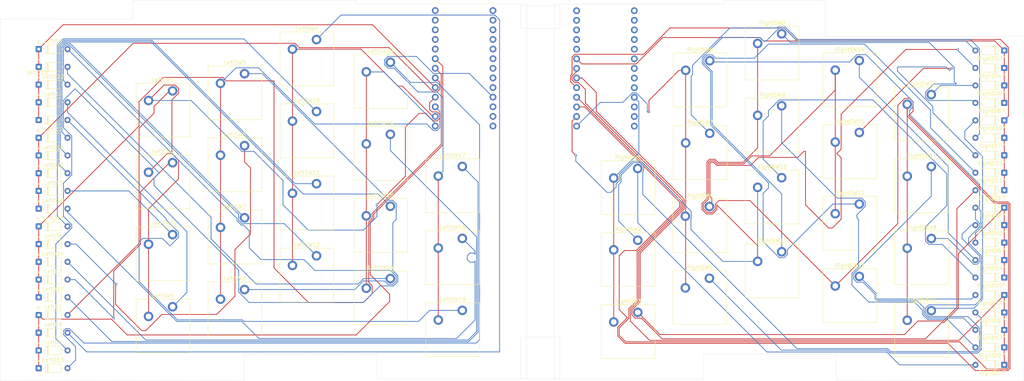
<source format=kicad_pcb>
(kicad_pcb (version 20241229) (generator "pcbnew") (generator_version "9.0")
  (layers (0 "F.Cu" signal) (2 "B.Cu" signal) (13 "F.Paste" user) (15 "B.Paste" user) (5 "F.SilkS" user "F.Silkscreen") (7 "B.SilkS" user "B.Silkscreen") (1 "F.Mask" user) (3 "B.Mask" user) (25 "Edge.Cuts" user))
  (net 0 "")
  (net 3 "LeftCol6")
  (net 7 "LeftCol3")
  (net 8 "LeftCol1")
  (net 12 "LeftRow4")
  (net 14 "LeftRow3")
  (net 16 "LeftRow2")
  (net 19 "LeftCol2")
  (net 20 "LeftCol4")
  (net 23 "LeftRow1")
  (net 26 "LeftCol5")
  (net 27 "RightRow1")
  (net 28 "Net-(LeftD1-A)")
  (net 29 "RightRow2")
  (net 30 "Net-(LeftD2-A)")
  (net 31 "Net-(LeftD3-A)")
  (net 32 "RightRow3")
  (net 33 "RightRow4")
  (net 34 "Net-(LeftD4-A)")
  (net 35 "Net-(LeftD5-A)")
  (net 36 "Net-(LeftD6-A)")
  (net 37 "Net-(LeftD7-A)")
  (net 38 "Net-(LeftD8-A)")
  (net 39 "Net-(LeftD9-A)")
  (net 40 "Net-(LeftD10-A)")
  (net 41 "Net-(LeftD11-A)")
  (net 42 "Net-(LeftD12-A)")
  (net 43 "Net-(LeftD13-A)")
  (net 44 "Net-(LeftD14-A)")
  (net 45 "Net-(LeftD15-A)")
  (net 46 "Net-(LeftD16-A)")
  (net 47 "Net-(LeftD17-A)")
  (net 48 "Net-(LeftD18-A)")
  (net 49 "Net-(LeftD19-A)")
  (net 50 "RightCol1")
  (net 51 "RightCol2")
  (net 52 "RightCol3")
  (net 53 "RightCol4")
  (net 54 "RightCol5")
  (net 55 "RightCol6")
  (net 72 "Net-(RightD1-A)")
  (net 73 "Net-(RightD2-A)")
  (net 74 "Net-(RightD3-A)")
  (net 75 "Net-(RightD4-A)")
  (net 76 "Net-(RightD5-A)")
  (net 77 "Net-(RightD6-A)")
  (net 78 "Net-(RightD7-A)")
  (net 79 "Net-(RightD8-A)")
  (net 80 "Net-(RightD9-A)")
  (net 81 "Net-(RightD10-A)")
  (net 82 "Net-(RightD11-A)")
  (net 83 "Net-(RightD12-A)")
  (net 84 "Net-(RightD13-A)")
  (net 85 "Net-(RightD14-A)")
  (net 86 "Net-(RightD15-A)")
  (net 87 "Net-(RightD16-A)")
  (net 88 "Net-(RightD17-A)")
  (net 89 "Net-(RightD18-A)")
  (net 90 "Net-(RightD19-A)")
  (footprint "ScottoKeebs_MX:MX_PCB_1.00u" (layer "F.Cu") (at 200.317554 -53.521)
    (property "Reference" "RightSW2")
    (property "Value" "Switch")
  )
  (footprint "ScottoKeebs_MX:MX_PCB_1.00u" (layer "F.Cu") (at 135 -81.5)
    (property "Reference" "LeftSW14")
    (property "Value" "Switch")
  )
  (footprint "Diode_THT:D_DO-35_SOD27_P7.62mm_Horizontal" (layer "F.Cu") (at 299.627554 -99.471 180)
    (property "Reference" "RightD16")
    (property "Value" "Diode")
  )
  (footprint "ScottoKeebs_MX:MX_PCB_1.00u" (layer "F.Cu") (at 200.317554 -72.471)
    (property "Reference" "RightSW1")
    (property "Value" "Switch")
  )
  (footprint "ScottoKeebs_MX:MX_PCB_1.00u" (layer "F.Cu") (at 277.817554 -72.971)
    (property "Reference" "RightSW17")
    (property "Value" "Switch")
  )
  (footprint "ScottoKeebs_MX:MX_PCB_1.00u" (layer "F.Cu") (at 277.817554 -34.921)
    (property "Reference" "RightSW19")
    (property "Value" "Switch")
  )
  (footprint "Diode_THT:D_DO-35_SOD27_P7.62mm_Horizontal" (layer "F.Cu") (at 44.69 -76.295681)
    (property "Reference" "LeftD11")
    (property "Value" "Diode")
  )
  (footprint "ScottoKeebs_MX:MX_PCB_1.00u" (layer "F.Cu") (at 96.5 -97.5)
    (property "Reference" "LeftSW5")
    (property "Value" "Switch")
  )
  (footprint "Diode_THT:D_DO-35_SOD27_P7.62mm_Horizontal" (layer "F.Cu") (at 299.627554 -25.693222 180)
    (property "Reference" "RightD1")
    (property "Value" "Diode")
  )
  (footprint "ScottoKeebs_MX:MX_PCB_1.00u" (layer "F.Cu") (at 96.5 -78.5)
    (property "Reference" "LeftSW6")
    (property "Value" "Switch")
  )
  (footprint "ScottoKeebs_MX:MX_PCB_1.00u" (layer "F.Cu") (at 258.817554 -100.971)
    (property "Reference" "RightSW14")
    (property "Value" "Switch")
  )
  (footprint "ScottoKeebs_MX:MX_PCB_1.00u" (layer "F.Cu") (at 277.817554 -91.971)
    (property "Reference" "RightSW16")
    (property "Value" "Switch")
  )
  (footprint "Diode_THT:D_DO-35_SOD27_P7.62mm_Horizontal" (layer "F.Cu") (at 44.69 -43.538704)
    (property "Reference" "LeftD17")
    (property "Value" "Diode")
  )
  (footprint "ScottoKeebs_MX:MX_PCB_1.00u" (layer "F.Cu") (at 154 -35)
    (property "Reference" "LeftSW19")
    (property "Value" "Switch")
  )
  (footprint "ScottoKeebs_MX:MX_PCB_1.00u" (layer "F.Cu") (at 258.817554 -63.071)
    (property "Reference" "RightSW12")
    (property "Value" "Switch")
  )
  (footprint "Diode_THT:D_DO-35_SOD27_P7.62mm_Horizontal" (layer "F.Cu") (at 44.69 -34.179568)
    (property "Reference" "LeftD9")
    (property "Value" "Diode")
  )
  (footprint "Diode_THT:D_DO-35_SOD27_P7.62mm_Horizontal" (layer "F.Cu") (at 299.627554 -85.637666 180)
    (property "Reference" "RightD7")
    (property "Value" "Diode")
  )
  (footprint "ScottoKeebs_MX:MX_PCB_1.00u" (layer "F.Cu") (at 77.5 -92.95)
    (property "Reference" "LeftSW1")
    (property "Value" "Switch")
  )
  (footprint "ScottoKeebs_MX:MX_PCB_1.00u" (layer "F.Cu") (at 115.5 -49.4)
    (property "Reference" "LeftSW12")
    (property "Value" "Switch")
  )
  (footprint "Diode_THT:D_DO-35_SOD27_P7.62mm_Horizontal" (layer "F.Cu") (at 44.69 -109.052657)
    (property "Reference" "LeftD8")
    (property "Value" "Diode")
  )
  (footprint "ScottoKeebs_MX:MX_PCB_1.00u" (layer "F.Cu") (at 154 -73)
    (property "Reference" "LeftSW17")
    (property "Value" "Switch")
  )
  (footprint "Diode_THT:D_DO-35_SOD27_P7.62mm_Horizontal" (layer "F.Cu") (at 44.69 -24.820432)
    (property "Reference" "LeftD13")
    (property "Value" "Diode")
  )
  (footprint "ScottoKeebs_MX:MX_PCB_1.00u" (layer "F.Cu") (at 219.317554 -81.751)
    (property "Reference" "RightSW7")
    (property "Value" "Switch")
  )
  (footprint "ScottoKeebs_MCU:Adafruit_KB2040" (layer "F.Cu") (at 157 -104)
    (property "Reference" "LController1" (hide yes))
    (property "Value" "~" (hide yes))
  )
  (footprint "Diode_THT:D_DO-35_SOD27_P7.62mm_Horizontal" (layer "F.Cu") (at 299.627554 -53.359889 180)
    (property "Reference" "RightD14")
    (property "Value" "Diode")
  )
  (footprint "ScottoKeebs_MX:MX_PCB_1.00u" (layer "F.Cu") (at 258.817554 -81.971)
    (property "Reference" "RightSW15")
    (property "Value" "Switch")
  )
  (footprint "ScottoKeebs_MX:MX_PCB_1.00u" (layer "F.Cu") (at 219.317554 -100.921)
    (property "Reference" "RightSW6")
    (property "Value" "Switch")
  )
  (footprint "Diode_THT:D_DO-35_SOD27_P7.62mm_Horizontal" (layer "F.Cu") (at 299.627554 -34.915444 180)
    (property "Reference" "RightD17")
    (property "Value" "Diode")
  )
  (footprint "Diode_THT:D_DO-35_SOD27_P7.62mm_Horizontal" (layer "F.Cu") (at 299.627554 -108.693222 180)
    (property "Reference" "RightD12")
    (property "Value" "Diode")
  )
  (footprint "ScottoKeebs_MX:MX_PCB_1.00u" (layer "F.Cu") (at 277.817554 -53.971)
    (property "Reference" "RightSW18")
    (property "Value" "Switch")
  )
  (footprint "ScottoKeebs_MX:MX_PCB_1.00u" (layer "F.Cu") (at 200.317554 -34.471)
    (property "Reference" "RightSW3")
    (property "Value" "Switch")
  )
  (footprint "Diode_THT:D_DO-35_SOD27_P7.62mm_Horizontal" (layer "F.Cu") (at 299.627554 -30.304333 180)
    (property "Reference" "RightD9")
    (property "Value" "Diode")
  )
  (footprint "Diode_THT:D_DO-35_SOD27_P7.62mm_Horizontal" (layer "F.Cu") (at 299.627554 -76.415444 180)
    (property "Reference" "RightD11")
    (property "Value" "Diode")
  )
  (footprint "ScottoKeebs_MX:MX_PCB_1.00u" (layer "F.Cu") (at 96.5 -40.5)
    (property "Reference" "LeftSW8")
    (property "Value" "Switch")
  )
  (footprint "Diode_THT:D_DO-35_SOD27_P7.62mm_Horizontal" (layer "F.Cu") (at 299.627554 -71.804333 180)
    (property "Reference" "RightD3")
    (property "Value" "Diode")
  )
  (footprint "Diode_THT:D_DO-35_SOD27_P7.62mm_Horizontal" (layer "F.Cu") (at 299.627554 -57.971 180)
    (property "Reference" "RightD6")
    (property "Value" "Diode")
  )
  (footprint "Diode_THT:D_DO-35_SOD27_P7.62mm_Horizontal" (layer "F.Cu") (at 44.69 -99.693521)
    (property "Reference" "LeftD12")
    (property "Value" "Diode")
  )
  (footprint "ScottoKeebs_MX:MX_PCB_1.00u" (layer "F.Cu") (at 219.237554 -62.421)
    (property "Reference" "RightSW4")
    (property "Value" "Switch")
  )
  (footprint "ScottoKeebs_MX:MX_PCB_1.00u" (layer "F.Cu") (at 238.317554 -89.021)
    (property "Reference" "RightSW9")
    (property "Value" "Switch")
  )
  (footprint "Diode_THT:D_DO-35_SOD27_P7.62mm_Horizontal" (layer "F.Cu") (at 44.69 -104.373089)
    (property "Reference" "LeftD16")
    (property "Value" "Diode")
  )
  (footprint "Diode_THT:D_DO-35_SOD27_P7.62mm_Horizontal" (layer "F.Cu") (at 44.69 -95.013953)
    (property "Reference" "LeftD4")
    (property "Value" "Diode")
  )
  (footprint "Diode_THT:D_DO-35_SOD27_P7.62mm_Horizontal" (layer "F.Cu") (at 44.69 -66.936544)
    (property "Reference" "LeftD18")
    (property "Value" "Diode")
  )
  (footprint "Diode_THT:D_DO-35_SOD27_P7.62mm_Horizontal" (layer "F.Cu") (at 299.627554 -62.582111 180)
    (property "Reference" "RightD18")
    (property "Value" "Diode")
  )
  (footprint "ScottoKeebs_MX:MX_PCB_1.00u" (layer "F.Cu") (at 115.5 -106.5)
    (property "Reference" "LeftSW9")
    (property "Value" "Switch")
  )
  (footprint "ScottoKeebs_MX:MX_PCB_1.00u" (layer "F.Cu") (at 135 -100.5)
    (property "Reference" "LeftSW13")
    (property "Value" "Switch")
  )
  (footprint "Diode_THT:D_DO-35_SOD27_P7.62mm_Horizontal" (layer "F.Cu") (at 44.69 -38.859136)
    (property "Reference" "LeftD1")
    (property "Value" "Diode")
  )
  (footprint "ScottoKeebs_MX:MX_PCB_1.00u" (layer "F.Cu") (at 77.5 -74)
    (property "Reference" "LeftSW2")
    (property "Value" "Switch")
  )
  (footprint "Diode_THT:D_DO-35_SOD27_P7.62mm_Horizontal" (layer "F.Cu") (at 299.627554 -90.248778 180)
    (property "Reference" "RightD19")
    (property "Value" "Diode")
  )
  (footprint "ScottoKeebs_MX:MX_PCB_1.00u" (layer "F.Cu") (at 135 -43.4)
    (property "Reference" "LeftSW16")
    (property "Value" "Switch")
  )
  (footprint "Diode_THT:D_DO-35_SOD27_P7.62mm_Horizontal" (layer "F.Cu") (at 44.69 -90.334385)
    (property "Reference" "LeftD19" (hide yes))
    (property "Value" "Diode")
  )
  (footprint "ScottoKeebs_MX:MX_PCB_1.00u" (layer "F.Cu") (at 115.5 -68.45)
    (property "Reference" "LeftSW11")
    (property "Value" "Switch")
  )
  (footprint "Diode_THT:D_DO-35_SOD27_P7.62mm_Horizontal" (layer "F.Cu") (at 299.627554 -48.748778 180)
    (property "Reference" "RightD10")
    (property "Value" "Diode")
  )
  (footprint "Diode_THT:D_DO-35_SOD27_P7.62mm_Horizontal" (layer "F.Cu") (at 299.627554 -81.026555 180)
    (property "Reference" "RightD15")
    (property "Value" "Diode")
  )
  (footprint "ScottoKeebs_MCU:Adafruit_KB2040" (layer "F.Cu") (at 194.317554 -103.971)
    (property "Reference" "RController1" (hide yes))
    (property "Value" "~" (hide yes))
  )
  (footprint "Diode_THT:D_DO-35_SOD27_P7.62mm_Horizontal" (layer "F.Cu") (at 44.69 -48.218272)
    (property "Reference" "LeftD2")
    (property "Value" "Diode")
  )
  (footprint "ScottoKeebs_MX:MX_PCB_1.00u" (layer "F.Cu") (at 238.317554 -108.021)
    (property "Reference" "RightSW8")
    (property "Value" "Switch")
  )
  (footprint "Diode_THT:D_DO-35_SOD27_P7.62mm_Horizontal" (layer "F.Cu") (at 44.69 -62.256976)
    (property "Reference" "LeftD10")
    (property "Value" "Diode")
  )
  (footprint "ScottoKeebs_MX:MX_PCB_1.00u" (layer "F.Cu") (at 238.317554 -70.021)
    (property "Reference" "RightSW10")
    (property "Value" "Switch")
  )
  (footprint "ScottoKeebs_MX:MX_PCB_1.00u" (layer "F.Cu") (at 258.817554 -43.971)
    (property "Reference" "RightSW13")
    (property "Value" "Switch")
  )
  (footprint "ScottoKeebs_MX:MX_PCB_1.00u" (layer "F.Cu") (at 238.317554 -50.471)
    (property "Reference" "RightSW11")
    (property "Value" "Switch")
  )
  (footprint "Diode_THT:D_DO-35_SOD27_P7.62mm_Horizontal" (layer "F.Cu") (at 44.69 -85.654817)
    (property "Reference" "LeftD7")
    (property "Value" "Diode")
  )
  (footprint "ScottoKeebs_MX:MX_PCB_1.00u" (layer "F.Cu") (at 219.237554 -43.471)
    (property "Reference" "RightSW5")
    (property "Value" "Switch")
  )
  (footprint "ScottoKeebs_MX:MX_PCB_1.00u" (layer "F.Cu") (at 154 -54)
    (property "Reference" "LeftSW18")
    (property "Value" "Switch")
  )
  (footprint "Diode_THT:D_DO-35_SOD27_P7.62mm_Horizontal" (layer "F.Cu") (at 299.627554 -104.082111 180)
    (property "Reference" "RightD4")
    (property "Value" "Diode")
  )
  (footprint "ScottoKeebs_MX:MX_PCB_1.00u" (layer "F.Cu") (at 115.5 -87.5)
    (property "Reference" "LeftSW10")
    (property "Value" "Switch")
  )
  (footprint "ScottoKeebs_MX:MX_PCB_1.00u" (layer "F.Cu") (at 135 -62.5)
    (property "Reference" "LeftSW15")
    (property "Value" "Switch")
  )
  (footprint "Diode_THT:D_DO-35_SOD27_P7.62mm_Horizontal" (layer "F.Cu") (at 44.69 -29.5)
    (property "Reference" "LeftD5")
    (property "Value" "Diode")
  )
  (footprint "Diode_THT:D_DO-35_SOD27_P7.62mm_Horizontal" (layer "F.Cu") (at 299.627554 -39.526555 180)
    (property "Reference" "RightD5")
    (property "Value" "Diode")
  )
  (footprint "Diode_THT:D_DO-35_SOD27_P7.62mm_Horizontal" (layer "F.Cu") (at 299.627554 -67.193222 180)
    (property "Reference" "RightD2")
    (property "Value" "Diode")
  )
  (footprint "Diode_THT:D_DO-35_SOD27_P7.62mm_Horizontal" (layer "F.Cu") (at 299.627554 -94.859889 180)
    (property "Reference" "RightD8")
    (property "Value" "Diode")
  )
  (footprint "ScottoKeebs_MX:MX_PCB_1.00u" (layer "F.Cu") (at 96.5 -59.45)
    (property "Reference" "LeftSW7")
    (property "Value" "Switch")
  )
  (footprint "Diode_THT:D_DO-35_SOD27_P7.62mm_Horizontal" (layer "F.Cu") (at 44.69 -52.89784)
    (property "Reference" "LeftD14")
    (property "Value" "Diode")
  )
  (footprint "ScottoKeebs_MX:MX_PCB_1.00u" (layer "F.Cu") (at 77.5 -35.95)
    (property "Reference" "LeftSW4")
    (property "Value" "Switch")
  )
  (footprint "Diode_THT:D_DO-35_SOD27_P7.62mm_Horizontal" (layer "F.Cu") (at 44.69 -57.577408)
    (property "Reference" "LeftD6")
    (property "Value" "Diode")
  )
  (footprint "Diode_THT:D_DO-35_SOD27_P7.62mm_Horizontal" (layer "F.Cu") (at 44.69 -80.975249)
    (property "Reference" "LeftD15")
    (property "Value" "Diode")
  )
  (footprint "Diode_THT:D_DO-35_SOD27_P7.62mm_Horizontal" (layer "F.Cu") (at 299.627554 -44.137666 180)
    (property "Reference" "RightD13")
    (property "Value" "Diode")
  )
  (footprint "ScottoKeebs_MX:MX_PCB_1.00u" (layer "F.Cu") (at 77.5 -55)
    (property "Reference" "LeftSW3")
    (property "Value" "Switch")
  )
  (footprint "Diode_THT:D_DO-35_SOD27_P7.62mm_Horizontal" (layer "F.Cu") (at 44.69 -71.616113)
    (property "Reference" "LeftD3")
    (property "Value" "Diode")
  )
  (gr_poly (pts (xy 180.817554 -21.971) (xy 220.317554 -21.971) (xy 220.317554 -28.471) (xy 255.317554 -28.495765) (xy 255.317554 -21.471) (xy 304.817554 -21.434479) (xy 304.817554 -112.471) (xy 252.317554 -112.471) (xy 252.317554 -121.971) (xy 225.817554 -121.971) (xy 225.817554 -120.971) (xy 180.817554 -120.971)) (stroke (width 0.05)) (fill no) (layer "Edge.Cuts"))
  (gr_poly (pts (xy 173.5 -22) (xy 134 -22) (xy 134 -28.5) (xy 99 -28.524765) (xy 99 -21.5) (xy 34.5 -21.452413) (xy 34.5 -117) (xy 69.5 -117) (xy 69.5 -122) (xy 128.5 -122) (xy 128.5 -121) (xy 173.5 -121)) (stroke (width 0.05)) (fill no) (layer "Edge.Cuts"))
  (gr_rect (start 172 -33) (end 182.317554 -22) (stroke (width 0.05)) (fill no) (layer "Edge.Cuts"))
  (gr_rect (start 172 -120.5) (end 182.317554 -114.5) (stroke (width 0.05)) (fill no) (layer "Edge.Cuts"))
  (segment (start 129.806174 -109.04) (end 139.572174 -99.274) (width 0.2) (layer "F.Cu") (net 7))
  (segment (start 140.726 -99.274) (end 148.71 -91.29) (width 0.2) (layer "F.Cu") (net 7))
  (segment (start 111.69 -109.04) (end 129.806174 -109.04) (width 0.2) (layer "F.Cu") (net 7))
  (segment (start 148.71 -91.29) (end 149.39 -91.29) (width 0.2) (layer "F.Cu") (net 7))
  (segment (start 139.572174 -99.274) (end 140.726 -99.274) (width 0.2) (layer "F.Cu") (net 7))
  (segment (start 111.69 -109.04) (end 111.69 -51.94) (width 0.2) (layer "F.Cu") (net 7))
  (segment (start 150.58 -91.782915) (end 149.882915 -92.48) (width 0.2) (layer "F.Cu") (net 8))
  (segment (start 149.882915 -90.1) (end 150.58 -90.797085) (width 0.2) (layer "F.Cu") (net 8))
  (segment (start 150.58 -90.797085) (end 150.58 -91.782915) (width 0.2) (layer "F.Cu") (net 8))
  (segment (start 73.69 -76.54) (end 78.612446 -81.462446) (width 0.2) (layer "F.Cu") (net 8))
  (segment (start 79.851 -95.647554) (end 79.851 -81.462446) (width 0.2) (layer "F.Cu") (net 8))
  (segment (start 141.5 -88.48) (end 145.12 -92.1) (width 0.2) (layer "F.Cu") (net 8))
  (segment (start 141.5 -75.5) (end 141.5 -88.48) (width 0.2) (layer "F.Cu") (net 8))
  (segment (start 148.585685 -92.48) (end 147.9 -93.165685) (width 0.2) (layer "F.Cu") (net 8))
  (segment (start 81.591 -74.766184) (end 73.69 -66.865184) (width 0.2) (layer "F.Cu") (net 8))
  (segment (start 73.69 -95.49) (end 77.781 -99.581) (width 0.2) (layer "F.Cu") (net 8))
  (segment (start 147.9 -94.88) (end 149.39 -96.37) (width 0.2) (layer "F.Cu") (net 8))
  (segment (start 73.69 -66.865184) (end 73.69 -38.49) (width 0.2) (layer "F.Cu") (net 8))
  (segment (start 149.882915 -92.48) (end 148.585685 -92.48) (width 0.2) (layer "F.Cu") (net 8))
  (segment (start 81.591 -97.387554) (end 79.851 -95.647554) (width 0.2) (layer "F.Cu") (net 8))
  (segment (start 81.591 -98.672446) (end 81.591 -97.387554) (width 0.2) (layer "F.Cu") (net 8))
  (segment (start 79.851 -81.462446) (end 81.591 -79.722446) (width 0.2) (layer "F.Cu") (net 8))
  (segment (start 134 -68) (end 141.5 -75.5) (width 0.2) (layer "F.Cu") (net 8))
  (segment (start 80.682446 -99.581) (end 81.591 -98.672446) (width 0.2) (layer "F.Cu") (net 8))
  (segment (start 148.897085 -90.1) (end 149.882915 -90.1) (width 0.2) (layer "F.Cu") (net 8))
  (segment (start 78.612446 -81.462446) (end 79.851 -81.462446) (width 0.2) (layer "F.Cu") (net 8))
  (segment (start 77.781 -99.581) (end 80.682446 -99.581) (width 0.2) (layer "F.Cu") (net 8))
  (segment (start 81.591 -79.722446) (end 81.591 -74.766184) (width 0.2) (layer "F.Cu") (net 8))
  (segment (start 147.9 -93.165685) (end 147.9 -94.88) (width 0.2) (layer "F.Cu") (net 8))
  (segment (start 146.897085 -92.1) (end 148.897085 -90.1) (width 0.2) (layer "F.Cu") (net 8))
  (segment (start 145.12 -92.1) (end 146.897085 -92.1) (width 0.2) (layer "F.Cu") (net 8))
  (via (at 134 -68) (size 0.6) (drill 0.3) (layers "F.Cu" "B.Cu") (net 8))
  (segment (start 115.862174 -61.274) (end 130.449184 -61.274) (width 0.2) (layer "B.Cu") (net 8))
  (segment (start 109.194 -67.942174) (end 115.862174 -61.274) (width 0.2) (layer "B.Cu") (net 8))
  (segment (start 98.397554 -82.029) (end 101.529 -82.029) (width 0.2) (layer "B.Cu") (net 8))
  (segment (start 84.936554 -95.49) (end 98.397554 -82.029) (width 0.2) (layer "B.Cu") (net 8))
  (segment (start 101.529 -82.029) (end 109.194 -74.364) (width 0.2) (layer "B.Cu") (net 8))
  (segment (start 73.69 -95.49) (end 84.936554 -95.49) (width 0.2) (layer "B.Cu") (net 8))
  (segment (start 134 -64.824816) (end 134 -68) (width 0.2) (layer "B.Cu") (net 8))
  (segment (start 130.449184 -61.274) (end 134 -64.824816) (width 0.2) (layer "B.Cu") (net 8))
  (segment (start 109.194 -74.364) (end 109.194 -67.942174) (width 0.2) (layer "B.Cu") (net 8))
  (segment (start 44.69 -109.052657) (end 51.137343 -115.5) (width 0.2) (layer "F.Cu") (net 12))
  (segment (start 44.69 -90.334385) (end 44.69 -109.052657) (width 0.2) (layer "F.Cu") (net 12))
  (segment (start 51.137343 -115.5) (end 132.8 -115.5) (width 0.2) (layer "F.Cu") (net 12))
  (segment (start 132.8 -115.5) (end 149.39 -98.91) (width 0.2) (layer "F.Cu") (net 12))
  (segment (start 44.69 -85.654817) (end 69.626183 -110.591) (width 0.2) (layer "F.Cu") (net 14))
  (segment (start 69.626183 -110.591) (end 112.332446 -110.591) (width 0.2) (layer "F.Cu") (net 14))
  (segment (start 150.58 -100.26) (end 149.39 -101.45) (width 0.2) (layer "F.Cu") (net 14))
  (segment (start 150.58 -98.417085) (end 150.58 -100.26) (width 0.2) (layer "F.Cu") (net 14))
  (segment (start 137.176085 -109.441) (end 148.897085 -97.72) (width 0.2) (layer "F.Cu") (net 14))
  (segment (start 44.69 -66.936544) (end 44.69 -85.654817) (width 0.2) (layer "F.Cu") (net 14))
  (segment (start 148.897085 -97.72) (end 149.882915 -97.72) (width 0.2) (layer "F.Cu") (net 14))
  (segment (start 149.882915 -97.72) (end 150.58 -98.417085) (width 0.2) (layer "F.Cu") (net 14))
  (segment (start 113.482446 -109.441) (end 137.176085 -109.441) (width 0.2) (layer "F.Cu") (net 14))
  (segment (start 112.332446 -110.591) (end 113.482446 -109.441) (width 0.2) (layer "F.Cu") (net 14))
  (segment (start 106.817554 -100.682446) (end 106.817554 -51.26862) (width 0.2) (layer "F.Cu") (net 16))
  (segment (start 150.98 -83.921446) (end 150.98 -102.4) (width 0.2) (layer "F.Cu") (net 16))
  (segment (start 71.194 -88.760976) (end 71.194 -95.187446) (width 0.2) (layer "F.Cu") (net 16))
  (segment (start 150.98 -102.4) (end 149.39 -103.99) (width 0.2) (layer "F.Cu") (net 16))
  (segment (start 131.832446 -47.491) (end 131.832446 -63.489) (width 0.2) (layer "F.Cu") (net 16))
  (segment (start 71.194 -95.187446) (end 77.597554 -101.591) (width 0.2) (layer "F.Cu") (net 16))
  (segment (start 77.597554 -101.591) (end 93.332446 -101.591) (width 0.2) (layer "F.Cu") (net 16))
  (segment (start 132.741 -46.582446) (end 131.832446 -47.491) (width 0.2) (layer "F.Cu") (net 16))
  (segment (start 93.332446 -101.591) (end 94.241 -100.682446) (width 0.2) (layer "F.Cu") (net 16))
  (segment (start 132.741 -64.397554) (end 132.741 -65.682446) (width 0.2) (layer "F.Cu") (net 16))
  (segment (start 131.832446 -63.489) (end 132.741 -64.397554) (width 0.2) (layer "F.Cu") (net 16))
  (segment (start 94.241 -100.682446) (end 106.817554 -100.682446) (width 0.2) (layer "F.Cu") (net 16))
  (segment (start 132.741 -65.682446) (end 150.98 -83.921446) (width 0.2) (layer "F.Cu") (net 16))
  (segment (start 44.69 -62.256976) (end 71.194 -88.760976) (width 0.2) (layer "F.Cu") (net 16))
  (segment (start 130.427826 -42.174) (end 132.741 -44.487174) (width 0.2) (layer "F.Cu") (net 16))
  (segment (start 132.741 -44.487174) (end 132.741 -46.582446) (width 0.2) (layer "F.Cu") (net 16))
  (segment (start 115.912174 -42.174) (end 130.427826 -42.174) (width 0.2) (layer "F.Cu") (net 16))
  (segment (start 106.817554 -51.26862) (end 115.912174 -42.174) (width 0.2) (layer "F.Cu") (net 16))
  (segment (start 44.69 -43.538704) (end 44.69 -62.256976) (width 0.2) (layer "F.Cu") (net 16))
  (segment (start 92.69 -43.04) (end 92.69 -100.04) (width 0.2) (layer "F.Cu") (net 19))
  (segment (start 149.882915 -87.56) (end 150.58 -88.257085) (width 0.2) (layer "B.Cu") (net 19))
  (segment (start 96.781 -104.131) (end 102.760916 -104.131) (width 0.2) (layer "B.Cu") (net 19))
  (segment (start 92.69 -100.04) (end 96.781 -104.131) (width 0.2) (layer "B.Cu") (net 19))
  (segment (start 117.598816 -89.2931) (end 147.163985 -89.2931) (width 0.2) (layer "B.Cu") (net 19))
  (segment (start 150.58 -88.257085) (end 150.58 -92.64) (width 0.2) (layer "B.Cu") (net 19))
  (segment (start 147.163985 -89.2931) (end 148.897085 -87.56) (width 0.2) (layer "B.Cu") (net 19))
  (segment (start 148.897085 -87.56) (end 149.882915 -87.56) (width 0.2) (layer "B.Cu") (net 19))
  (segment (start 150.58 -92.64) (end 149.39 -93.83) (width 0.2) (layer "B.Cu") (net 19))
  (segment (start 102.760916 -104.131) (end 117.598816 -89.2931) (width 0.2) (layer "B.Cu") (net 19))
  (segment (start 131.19 -45.94) (end 131.19 -103.04) (width 0.2) (layer "F.Cu") (net 20))
  (segment (start 135.806174 -103.04) (end 149.39 -89.456174) (width 0.2) (layer "B.Cu") (net 20))
  (segment (start 131.19 -103.04) (end 135.806174 -103.04) (width 0.2) (layer "B.Cu") (net 20))
  (segment (start 149.39 -89.456174) (end 149.39 -88.75) (width 0.2) (layer "B.Cu") (net 20))
  (segment (start 151.38 -104.54) (end 149.39 -106.53) (width 0.2) (layer "F.Cu") (net 23))
  (segment (start 63.899 -37.751057) (end 68.051057 -33.599) (width 0.2) (layer "F.Cu") (net 23))
  (segment (start 151.38 -83.754346) (end 151.38 -104.54) (width 0.2) (layer "F.Cu") (net 23))
  (segment (start 44.69 -24.820432) (end 44.69 -38.859136) (width 0.2) (layer "F.Cu") (net 23))
  (segment (start 137.351 -42.426184) (end 137.351 -44.373816) (width 0.2) (layer "F.Cu") (net 23))
  (segment (start 68.051057 -33.599) (end 128.523816 -33.599) (width 0.2) (layer "F.Cu") (net 23))
  (segment (start 133.142 -64.231454) (end 133.142 -65.516346) (width 0.2) (layer "F.Cu") (net 23))
  (segment (start 132.233446 -49.49137) (end 132.233446 -63.3229) (width 0.2) (layer "F.Cu") (net 23))
  (segment (start 132.233446 -63.3229) (end 133.142 -64.231454) (width 0.2) (layer "F.Cu") (net 23))
  (segment (start 45.798079 -37.751057) (end 63.899 -37.751057) (width 0.2) (layer "F.Cu") (net 23))
  (segment (start 44.69 -38.859136) (end 45.798079 -37.751057) (width 0.2) (layer "F.Cu") (net 23))
  (segment (start 128.523816 -33.599) (end 137.351 -42.426184) (width 0.2) (layer "F.Cu") (net 23))
  (segment (start 137.351 -44.373816) (end 132.233446 -49.49137) (width 0.2) (layer "F.Cu") (net 23))
  (segment (start 133.142 -65.516346) (end 151.38 -83.754346) (width 0.2) (layer "F.Cu") (net 23))
  (segment (start 150.19 -75.54) (end 150.19 -37.54) (width 0.2) (layer "F.Cu") (net 26))
  (segment (start 135.989 -106.222446) (end 136.897554 -107.131) (width 0.2) (layer "B.Cu") (net 26))
  (segment (start 138.5239 -104.029) (end 136.897554 -104.029) (width 0.2) (layer "B.Cu") (net 26))
  (segment (start 151.439999 -76.789999) (end 151.439999 -96.162916) (width 0.2) (layer "B.Cu") (net 26))
  (segment (start 149.882915 -97.72) (end 144.8329 -97.72) (width 0.2) (layer "B.Cu") (net 26))
  (segment (start 135.989 -104.937554) (end 135.989 -106.222446) (width 0.2) (layer "B.Cu") (net 26))
  (segment (start 158.36 -102.64) (end 164.63 -96.37) (width 0.2) (layer "B.Cu") (net 26))
  (segment (start 148.897085 -102.64) (end 158.36 -102.64) (width 0.2) (layer "B.Cu") (net 26))
  (segment (start 150.19 -75.54) (end 151.439999 -76.789999) (width 0.2) (layer "B.Cu") (net 26))
  (segment (start 144.406085 -107.131) (end 148.897085 -102.64) (width 0.2) (layer "B.Cu") (net 26))
  (segment (start 136.897554 -104.029) (end 135.989 -104.937554) (width 0.2) (layer "B.Cu") (net 26))
  (segment (start 151.439999 -96.162916) (end 149.882915 -97.72) (width 0.2) (layer "B.Cu") (net 26))
  (segment (start 144.8329 -97.72) (end 138.5239 -104.029) (width 0.2) (layer "B.Cu") (net 26))
  (segment (start 136.897554 -107.131) (end 144.406085 -107.131) (width 0.2) (layer "B.Cu") (net 26))
  (segment (start 236.058554 -111.203446) (end 235.15 -112.112) (width 0.2) (layer "F.Cu") (net 27))
  (segment (start 209.401469 -112.112) (end 202.440469 -105.151) (width 0.2) (layer "F.Cu") (net 27))
  (segment (start 235.15 -112.112) (end 209.401469 -112.112) (width 0.2) (layer "F.Cu") (net 27))
  (segment (start 202.440469 -105.151) (end 188.057554 -105.151) (width 0.2) (layer "F.Cu") (net 27))
  (segment (start 299.627554 -108.693222) (end 297.11733 -111.203446) (width 0.2) (layer "F.Cu") (net 27))
  (segment (start 299.627554 -108.693222) (end 299.627554 -94.859889) (width 0.2) (layer "F.Cu") (net 27))
  (segment (start 297.11733 -111.203446) (end 236.058554 -111.203446) (width 0.2) (layer "F.Cu") (net 27))
  (segment (start 188.057554 -105.151) (end 186.707554 -106.501) (width 0.2) (layer "F.Cu") (net 27))
  (segment (start 52.31 -38.859136) (end 71.194 -57.743136) (width 0.2) (layer "F.Cu") (net 28))
  (segment (start 75.149 -93.923816) (end 79.255184 -98.03) (width 0.2) (layer "F.Cu") (net 28))
  (segment (start 71.194 -57.743136) (end 71.194 -88.194) (width 0.2) (layer "F.Cu") (net 28))
  (segment (start 79.255184 -98.03) (end 80.04 -98.03) (width 0.2) (layer "F.Cu") (net 28))
  (segment (start 75.149 -92.149) (end 75.149 -93.923816) (width 0.2) (layer "F.Cu") (net 28))
  (segment (start 71.194 -88.194) (end 75.149 -92.149) (width 0.2) (layer "F.Cu") (net 28))
  (segment (start 185.517554 -100.928085) (end 185.517554 -101.913915) (width 0.2) (layer "F.Cu") (net 29))
  (segment (start 185.517554 -101.913915) (end 186.707554 -103.103915) (width 0.2) (layer "F.Cu") (net 29))
  (segment (start 214.705554 -69.148686) (end 189.017554 -94.836686) (width 0.2) (layer "F.Cu") (net 29))
  (segment (start 189.017554 -94.836686) (end 189.017554 -98.413915) (width 0.2) (layer "F.Cu") (net 29))
  (segment (start 203.099 -42.552992) (end 203.099 -55.392992) (width 0.2) (layer "F.Cu") (net 29))
  (segment (start 205.965728 -32.169) (end 200.905554 -37.229174) (width 0.2) (layer "F.Cu") (net 29))
  (segment (start 299.627554 -44.137666) (end 287.658888 -32.169) (width 0.2) (layer "F.Cu") (net 29))
  (segment (start 287.658888 -32.169) (end 205.965728 -32.169) (width 0.2) (layer "F.Cu") (net 29))
  (segment (start 214.705554 -66.999546) (end 214.705554 -69.148686) (width 0.2) (layer "F.Cu") (net 29))
  (segment (start 200.905554 -37.229174) (end 200.905554 -40.359546) (width 0.2) (layer "F.Cu") (net 29))
  (segment (start 186.214639 -100.231) (end 185.517554 -100.928085) (width 0.2) (layer "F.Cu") (net 29))
  (segment (start 203.099 -55.392992) (end 214.705554 -66.999546) (width 0.2) (layer "F.Cu") (net 29))
  (segment (start 299.627554 -44.137666) (end 299.627554 -25.693222) (width 0.2) (layer "F.Cu") (net 29))
  (segment (start 200.905554 -40.359546) (end 203.099 -42.552992) (width 0.2) (layer "F.Cu") (net 29))
  (segment (start 187.200469 -100.231) (end 186.214639 -100.231) (width 0.2) (layer "F.Cu") (net 29))
  (segment (start 186.707554 -103.103915) (end 186.707554 -103.961) (width 0.2) (layer "F.Cu") (net 29))
  (segment (start 189.017554 -98.413915) (end 187.200469 -100.231) (width 0.2) (layer "F.Cu") (net 29))
  (segment (start 79.233826 -79.08) (end 80.04 -79.08) (width 0.2) (layer "F.Cu") (net 30))
  (segment (start 64.5 -50.48345) (end 71.594 -57.577451) (width 0.2) (layer "F.Cu") (net 30))
  (segment (start 64.5 -38) (end 64.5 -50.48345) (width 0.2) (layer "F.Cu") (net 30))
  (segment (start 71.594 -57.577451) (end 71.594 -71.440174) (width 0.2) (layer "F.Cu") (net 30))
  (segment (start 71.594 -71.440174) (end 79.233826 -79.08) (width 0.2) (layer "F.Cu") (net 30))
  (via (at 64.5 -38) (size 0.6) (drill 0.3) (layers "F.Cu" "B.Cu") (net 30))
  (segment (start 52.31 -48.218272) (end 54.281728 -48.218272) (width 0.2) (layer "B.Cu") (net 30))
  (segment (start 54.281728 -48.218272) (end 64.5 -38) (width 0.2) (layer "B.Cu") (net 30))
  (segment (start 68.503887 -71.616113) (end 80.04 -60.08) (width 0.2) (layer "B.Cu") (net 31))
  (segment (start 52.31 -71.616113) (end 68.503887 -71.616113) (width 0.2) (layer "B.Cu") (net 31))
  (segment (start 287.508441 -40.698613) (end 283.680828 -36.871) (width 0.2) (layer "F.Cu") (net 32))
  (segment (start 201.306554 -38.908554) (end 201.306554 -40.193446) (width 0.2) (layer "F.Cu") (net 32))
  (segment (start 187.964789 -101.421) (end 186.707554 -101.421) (width 0.2) (layer "F.Cu") (net 32))
  (segment (start 209.271454 -32.57) (end 203.841454 -38) (width 0.2) (layer "F.Cu") (net 32))
  (segment (start 188.063239 -101.488085) (end 188.031874 -101.488085) (width 0.2) (layer "F.Cu") (net 32))
  (segment (start 278.79137 -32.57) (end 209.271454 -32.57) (width 0.2) (layer "F.Cu") (net 32))
  (segment (start 191.916096 -92.636144) (end 191.916096 -97.635228) (width 0.2) (layer "F.Cu") (net 32))
  (segment (start 283.09237 -36.871) (end 278.79137 -32.57) (width 0.2) (layer "F.Cu") (net 32))
  (segment (start 299.627554 -67.193222) (end 287.508441 -55.074109) (width 0.2) (layer "F.Cu") (net 32))
  (segment (start 299.627554 -67.193222) (end 299.627554 -48.748778) (width 0.2) (layer "F.Cu") (net 32))
  (segment (start 188.031874 -101.488085) (end 187.964789 -101.421) (width 0.2) (layer "F.Cu") (net 32))
  (segment (start 215.106554 -69.445686) (end 191.916096 -92.636144) (width 0.2) (layer "F.Cu") (net 32))
  (segment (start 287.508441 -55.074109) (end 287.508441 -40.698613) (width 0.2) (layer "F.Cu") (net 32))
  (segment (start 203.5 -55.226892) (end 215.106554 -66.833446) (width 0.2) (layer "F.Cu") (net 32))
  (segment (start 202.215108 -38) (end 201.306554 -38.908554) (width 0.2) (layer "F.Cu") (net 32))
  (segment (start 201.306554 -40.193446) (end 203.5 -42.386892) (width 0.2) (layer "F.Cu") (net 32))
  (segment (start 203.841454 -38) (end 202.215108 -38) (width 0.2) (layer "F.Cu") (net 32))
  (segment (start 203.5 -42.386892) (end 203.5 -55.226892) (width 0.2) (layer "F.Cu") (net 32))
  (segment (start 191.916096 -97.635228) (end 188.063239 -101.488085) (width 0.2) (layer "F.Cu") (net 32))
  (segment (start 215.106554 -66.833446) (end 215.106554 -69.445686) (width 0.2) (layer "F.Cu") (net 32))
  (segment (start 283.680828 -36.871) (end 283.09237 -36.871) (width 0.2) (layer "F.Cu") (net 32))
  (segment (start 244.547554 -111.604446) (end 241.5 -114.652) (width 0.2) (layer "F.Cu") (net 33))
  (segment (start 211.374369 -114.652) (end 204.413369 -107.691) (width 0.2) (layer "F.Cu") (net 33))
  (segment (start 185.517554 -106.993915) (end 185.517554 -102.479601) (width 0.2) (layer "F.Cu") (net 33))
  (segment (start 185.117554 -102.0796) (end 185.117554 -100.471) (width 0.2) (layer "F.Cu") (net 33))
  (segment (start 300.728554 -109.478382) (end 298.60249 -111.604446) (width 0.2) (layer "F.Cu") (net 33))
  (segment (start 241.5 -114.652) (end 211.374369 -114.652) (width 0.2) (layer "F.Cu") (net 33))
  (segment (start 186.214639 -107.691) (end 185.517554 -106.993915) (width 0.2) (layer "F.Cu") (net 33))
  (segment (start 299.627554 -90.248778) (end 300.728554 -91.349778) (width 0.2) (layer "F.Cu") (net 33))
  (segment (start 299.627554 -90.248778) (end 299.627554 -71.804333) (width 0.2) (layer "F.Cu") (net 33))
  (segment (start 185.117554 -100.471) (end 186.707554 -98.881) (width 0.2) (layer "F.Cu") (net 33))
  (segment (start 185.517554 -102.479601) (end 185.117554 -102.0796) (width 0.2) (layer "F.Cu") (net 33))
  (segment (start 298.60249 -111.604446) (end 244.547554 -111.604446) (width 0.2) (layer "F.Cu") (net 33))
  (segment (start 204.413369 -107.691) (end 186.214639 -107.691) (width 0.2) (layer "F.Cu") (net 33))
  (segment (start 300.728554 -91.349778) (end 300.728554 -109.478382) (width 0.2) (layer "F.Cu") (net 33))
  (segment (start 83.806 -44.796) (end 80.04 -41.03) (width 0.2) (layer "B.Cu") (net 34))
  (segment (start 83.806 -60.880174) (end 83.806 -44.796) (width 0.2) (layer "B.Cu") (net 34))
  (segment (start 52.31 -95.013953) (end 52.31 -92.376174) (width 0.2) (layer "B.Cu") (net 34))
  (segment (start 52.31 -92.376174) (end 83.806 -60.880174) (width 0.2) (layer "B.Cu") (net 34))
  (segment (start 53.411 -75.839631) (end 53.411 -86.110867) (width 0.2) (layer "B.Cu") (net 35))
  (segment (start 51.209 -73.637631) (end 53.411 -75.839631) (width 0.2) (layer "B.Cu") (net 35))
  (segment (start 139.492 -49.288546) (end 138.182446 -50.5981) (width 0.2) (layer "B.Cu") (net 35))
  (segment (start 76.526184 -76.351) (end 75.149 -74.973816) (width 0.2) (layer "B.Cu") (net 35))
  (segment (start 53.411 -61.800926) (end 53.411 -62.713026) (width 0.2) (layer "B.Cu") (net 35))
  (segment (start 49.204 -32.606) (end 49.204 -57.593926) (width 0.2) (layer "B.Cu") (net 35))
  (segment (start 139.091 -68.222446) (end 138.182446 -69.131) (width 0.2) (layer "B.Cu") (net 35))
  (segment (start 100.252554 -42.174) (end 130.427826 -42.174) (width 0.2) (layer "B.Cu") (net 35))
  (segment (start 51.209 -88.312867) (end 51.209 -95.516858) (width 0.2) (layer "B.Cu") (net 35))
  (segment (start 103.744816 -102.58) (end 99.04 -102.58) (width 0.2) (layer "B.Cu") (net 35))
  (segment (start 75.149 -74.973816) (end 75.149 -73.026184) (width 0.2) (layer "B.Cu") (net 35))
  (segment (start 97.489 -50.686184) (end 97.489 -44.937554) (width 0.2) (layer "B.Cu") (net 35))
  (segment (start 51.209 -64.915026) (end 51.209 -73.637631) (width 0.2) (layer "B.Cu") (net 35))
  (segment (start 138.182446 -50.5981) (end 138.182446 -63.183354) (width 0.2) (layer "B.Cu") (net 35))
  (segment (start 138.182446 -63.183354) (end 139.091 -64.091908) (width 0.2) (layer "B.Cu") (net 35))
  (segment (start 75.149 -73.026184) (end 97.489 -50.686184) (width 0.2) (layer "B.Cu") (net 35))
  (segment (start 138.348546 -46.528) (end 139.492 -47.671454) (width 0.2) (layer "B.Cu") (net 35))
  (segment (start 139.091 -64.091908) (end 139.091 -68.222446) (width 0.2) (layer "B.Cu") (net 35))
  (segment (start 130.427826 -42.174) (end 134.781826 -46.528) (width 0.2) (layer "B.Cu") (net 35))
  (segment (start 54.284663 -98.592521) (end 76.526184 -76.351) (width 0.2) (layer "B.Cu") (net 35))
  (segment (start 52.31 -29.5) (end 49.204 -32.606) (width 0.2) (layer "B.Cu") (net 35))
  (segment (start 139.492 -47.671454) (end 139.492 -49.288546) (width 0.2) (layer "B.Cu") (net 35))
  (segment (start 53.411 -86.110867) (end 51.209 -88.312867) (width 0.2) (layer "B.Cu") (net 35))
  (segment (start 53.411 -62.713026) (end 51.209 -64.915026) (width 0.2) (layer "B.Cu") (net 35))
  (segment (start 51.209 -95.516858) (end 54.284663 -98.592521) (width 0.2) (layer "B.Cu") (net 35))
  (segment (start 97.489 -44.937554) (end 100.252554 -42.174) (width 0.2) (layer "B.Cu") (net 35))
  (segment (start 138.182446 -69.131) (end 137.193816 -69.131) (width 0.2) (layer "B.Cu") (net 35))
  (segment (start 134.781826 -46.528) (end 138.348546 -46.528) (width 0.2) (layer "B.Cu") (net 35))
  (segment (start 137.193816 -69.131) (end 103.744816 -102.58) (width 0.2) (layer "B.Cu") (net 35))
  (segment (start 49.204 -57.593926) (end 53.411 -61.800926) (width 0.2) (layer "B.Cu") (net 35))
  (segment (start 100.591 -77.733816) (end 100.591 -60.216184) (width 0.2) (layer "F.Cu") (net 36))
  (segment (start 65 -46.85) (end 65.15 -47) (width 0.2) (layer "F.Cu") (net 36))
  (segment (start 91.675184 -39) (end 77.203826 -39) (width 0.2) (layer "F.Cu") (net 36))
  (segment (start 99.04 -83.58) (end 99.04 -79.284816) (width 0.2) (layer "F.Cu") (net 36))
  (segment (start 96.5 -43.824816) (end 91.675184 -39) (width 0.2) (layer "F.Cu") (net 36))
  (segment (start 77.203826 -39) (end 72.927826 -34.724) (width 0.2) (layer "F.Cu") (net 36))
  (segment (start 71.912174 -34.724) (end 65 -41.636174) (width 0.2) (layer "F.Cu") (net 36))
  (segment (start 100.591 -60.216184) (end 96.5 -56.125184) (width 0.2) (layer "F.Cu") (net 36))
  (segment (start 96.5 -56.125184) (end 96.5 -43.824816) (width 0.2) (layer "F.Cu") (net 36))
  (segment (start 65 -41.636174) (end 65 -46.85) (width 0.2) (layer "F.Cu") (net 36))
  (segment (start 99.04 -79.284816) (end 100.591 -77.733816) (width 0.2) (layer "F.Cu") (net 36))
  (segment (start 72.927826 -34.724) (end 71.912174 -34.724) (width 0.2) (layer "F.Cu") (net 36))
  (via (at 65.15 -47) (size 0.6) (drill 0.3) (layers "F.Cu" "B.Cu") (net 36))
  (segment (start 52.31 -57.577408) (end 54.572592 -57.577408) (width 0.2) (layer "B.Cu") (net 36))
  (segment (start 54.572592 -57.577408) (end 65.15 -47) (width 0.2) (layer "B.Cu") (net 36))
  (segment (start 53.015343 -110.554657) (end 99.04 -64.53) (width 0.2) (layer "B.Cu") (net 37))
  (segment (start 51.68785 -110.554657) (end 53.015343 -110.554657) (width 0.2) (layer "B.Cu") (net 37))
  (segment (start 50.808 -109.674807) (end 51.68785 -110.554657) (width 0.2) (layer "B.Cu") (net 37))
  (segment (start 50.808 -87.156817) (end 50.808 -109.674807) (width 0.2) (layer "B.Cu") (net 37))
  (segment (start 52.31 -85.654817) (end 50.808 -87.156817) (width 0.2) (layer "B.Cu") (net 37))
  (segment (start 130.403239 -47.837554) (end 128.145685 -45.58) (width 0.2) (layer "B.Cu") (net 38))
  (segment (start 100.289999 -56.582) (end 103.380999 -53.491) (width 0.2) (layer "B.Cu") (net 38))
  (segment (start 135.989 -47.837554) (end 130.403239 -47.837554) (width 0.2) (layer "B.Cu") (net 38))
  (segment (start 98.783657 -62.579) (end 100.289999 -61.072658) (width 0.2) (layer "B.Cu") (net 38))
  (segment (start 136.897554 -46.929) (end 135.989 -47.837554) (width 0.2) (layer "B.Cu") (net 38))
  (segment (start 52.31 -109.052657) (end 97.089 -64.273657) (width 0.2) (layer "B.Cu") (net 38))
  (segment (start 97.089 -64.273657) (end 97.089 -63.721868) (width 0.2) (layer "B.Cu") (net 38))
  (segment (start 138.182446 -46.929) (end 136.897554 -46.929) (width 0.2) (layer "B.Cu") (net 38))
  (segment (start 103.380999 -53.491) (end 114.733816 -53.491) (width 0.2) (layer "B.Cu") (net 38))
  (segment (start 139.091 -47.837554) (end 138.182446 -46.929) (width 0.2) (layer "B.Cu") (net 38))
  (segment (start 128.145685 -45.58) (end 99.04 -45.58) (width 0.2) (layer "B.Cu") (net 38))
  (segment (start 137.587446 -50.626) (end 139.091 -49.122446) (width 0.2) (layer "B.Cu") (net 38))
  (segment (start 117.598816 -50.626) (end 137.587446 -50.626) (width 0.2) (layer "B.Cu") (net 38))
  (segment (start 97.089 -63.721868) (end 98.231869 -62.579) (width 0.2) (layer "B.Cu") (net 38))
  (segment (start 114.733816 -53.491) (end 117.598816 -50.626) (width 0.2) (layer "B.Cu") (net 38))
  (segment (start 139.091 -49.122446) (end 139.091 -47.837554) (width 0.2) (layer "B.Cu") (net 38))
  (segment (start 100.289999 -61.072658) (end 100.289999 -56.582) (width 0.2) (layer "B.Cu") (net 38))
  (segment (start 98.231869 -62.579) (end 98.783657 -62.579) (width 0.2) (layer "B.Cu") (net 38))
  (segment (start 124.5 -118.04) (end 118.04 -111.58) (width 0.2) (layer "B.Cu") (net 39))
  (segment (start 57.363979 -29.125589) (end 166.374411 -29.125589) (width 0.2) (layer "B.Cu") (net 39))
  (segment (start 52.31 -34.179568) (end 57.363979 -29.125589) (width 0.2) (layer "B.Cu") (net 39))
  (segment (start 166.374411 -29.125589) (end 166.374411 -116.788504) (width 0.2) (layer "B.Cu") (net 39))
  (segment (start 165.122915 -118.04) (end 124.5 -118.04) (width 0.2) (layer "B.Cu") (net 39))
  (segment (start 166.374411 -116.788504) (end 165.122915 -118.04) (width 0.2) (layer "B.Cu") (net 39))
  (segment (start 49.605 -64.961976) (end 49.605 -110.173107) (width 0.2) (layer "B.Cu") (net 40))
  (segment (start 52.31 -62.256976) (end 49.605 -64.961976) (width 0.2) (layer "B.Cu") (net 40))
  (segment (start 98.862343 -111.757657) (end 118.04 -92.58) (width 0.2) (layer "B.Cu") (net 40))
  (segment (start 49.605 -110.173107) (end 51.18955 -111.757657) (width 0.2) (layer "B.Cu") (net 40))
  (segment (start 51.18955 -111.757657) (end 98.862343 -111.757657) (width 0.2) (layer "B.Cu") (net 40))
  (segment (start 52.31 -76.295681) (end 50.006 -78.599681) (width 0.2) (layer "B.Cu") (net 41))
  (segment (start 50.006 -78.599681) (end 50.006 -110.007007) (width 0.2) (layer "B.Cu") (net 41))
  (segment (start 74.537627 -111.356657) (end 112.364284 -73.53) (width 0.2) (layer "B.Cu") (net 41))
  (segment (start 50.006 -110.007007) (end 51.35565 -111.356657) (width 0.2) (layer "B.Cu") (net 41))
  (segment (start 112.364284 -73.53) (end 118.04 -73.53) (width 0.2) (layer "B.Cu") (net 41))
  (segment (start 51.35565 -111.356657) (end 74.537627 -111.356657) (width 0.2) (layer "B.Cu") (net 41))
  (segment (start 52.31 -99.693521) (end 51.209 -100.794521) (width 0.2) (layer "B.Cu") (net 42))
  (segment (start 51.209 -100.794521) (end 51.209 -109.508707) (width 0.2) (layer "B.Cu") (net 42))
  (segment (start 97.489 -65.430707) (end 97.489 -63.887554) (width 0.2) (layer "B.Cu") (net 42))
  (segment (start 51.209 -109.508707) (end 51.85395 -110.153657) (width 0.2) (layer "B.Cu") (net 42))
  (segment (start 98.397554 -62.979) (end 109.541 -62.979) (width 0.2) (layer "B.Cu") (net 42))
  (segment (start 97.489 -63.887554) (end 98.397554 -62.979) (width 0.2) (layer "B.Cu") (net 42))
  (segment (start 51.85395 -110.153657) (end 52.76605 -110.153657) (width 0.2) (layer "B.Cu") (net 42))
  (segment (start 52.76605 -110.153657) (end 97.489 -65.430707) (width 0.2) (layer "B.Cu") (net 42))
  (segment (start 109.541 -62.979) (end 118.04 -54.48) (width 0.2) (layer "B.Cu") (net 42))
  (segment (start 54.433518 -30.499) (end 51.209 -33.723518) (width 0.2) (layer "B.Cu") (net 43))
  (segment (start 56.600618 -31.446) (end 160.186 -31.446) (width 0.2) (layer "B.Cu") (net 43))
  (segment (start 161.105999 -32.365999) (end 161.105999 -89.036916) (width 0.2) (layer "B.Cu") (net 43))
  (segment (start 161.105999 -89.036916) (end 149.882915 -100.26) (width 0.2) (layer "B.Cu") (net 43))
  (segment (start 142.86 -100.26) (end 137.54 -105.58) (width 0.2) (layer "B.Cu") (net 43))
  (segment (start 160.186 -31.446) (end 161.105999 -32.365999) (width 0.2) (layer "B.Cu") (net 43))
  (segment (start 52.31 -24.820432) (end 54.433518 -26.94395) (width 0.2) (layer "B.Cu") (net 43))
  (segment (start 149.882915 -100.26) (end 142.86 -100.26) (width 0.2) (layer "B.Cu") (net 43))
  (segment (start 51.209 -33.723518) (end 51.209 -34.635618) (width 0.2) (layer "B.Cu") (net 43))
  (segment (start 51.209 -34.635618) (end 51.85395 -35.280568) (width 0.2) (layer "B.Cu") (net 43))
  (segment (start 51.85395 -35.280568) (end 52.76605 -35.280568) (width 0.2) (layer "B.Cu") (net 43))
  (segment (start 54.433518 -26.94395) (end 54.433518 -30.499) (width 0.2) (layer "B.Cu") (net 43))
  (segment (start 52.76605 -35.280568) (end 56.600618 -31.446) (width 0.2) (layer "B.Cu") (net 43))
  (segment (start 160.305999 -59.518817) (end 137.54 -82.284816) (width 0.2) (layer "B.Cu") (net 44))
  (segment (start 52.31 -52.89784) (end 72.95984 -32.248) (width 0.2) (layer "B.Cu") (net 44))
  (segment (start 72.95984 -32.248) (end 158.061826 -32.248) (width 0.2) (layer "B.Cu") (net 44))
  (segment (start 137.54 -82.284816) (end 137.54 -86.58) (width 0.2) (layer "B.Cu") (net 44))
  (segment (start 160.305999 -34.492173) (end 160.305999 -59.518817) (width 0.2) (layer "B.Cu") (net 44))
  (segment (start 158.061826 -32.248) (end 160.305999 -34.492173) (width 0.2) (layer "B.Cu") (net 44))
  (segment (start 50.407 -82.878249) (end 50.407 -109.840907) (width 0.2) (layer "B.Cu") (net 45))
  (segment (start 114.526184 -70.801) (end 134.319 -70.801) (width 0.2) (layer "B.Cu") (net 45))
  (segment (start 51.52175 -110.955657) (end 74.371527 -110.955657) (width 0.2) (layer "B.Cu") (net 45))
  (segment (start 74.371527 -110.955657) (end 114.526184 -70.801) (width 0.2) (layer "B.Cu") (net 45))
  (segment (start 50.407 -109.840907) (end 51.52175 -110.955657) (width 0.2) (layer "B.Cu") (net 45))
  (segment (start 134.319 -70.801) (end 137.54 -67.58) (width 0.2) (layer "B.Cu") (net 45))
  (segment (start 52.31 -80.975249) (end 50.407 -82.878249) (width 0.2) (layer "B.Cu") (net 45))
  (segment (start 102.087174 -47.049) (end 129.049 -47.049) (width 0.2) (layer "B.Cu") (net 46))
  (segment (start 52.31 -104.373089) (end 52.31 -102.536174) (width 0.2) (layer "B.Cu") (net 46))
  (segment (start 90.194 -64.652174) (end 90.194 -58.942174) (width 0.2) (layer "B.Cu") (net 46))
  (segment (start 129.049 -47.049) (end 130.48 -48.48) (width 0.2) (layer "B.Cu") (net 46))
  (segment (start 130.48 -48.48) (end 137.54 -48.48) (width 0.2) (layer "B.Cu") (net 46))
  (segment (start 90.194 -58.942174) (end 102.087174 -47.049) (width 0.2) (layer "B.Cu") (net 46))
  (segment (start 52.31 -102.536174) (end 90.194 -64.652174) (width 0.2) (layer "B.Cu") (net 46))
  (segment (start 64.001704 -31.847) (end 158.227926 -31.847) (width 0.2) (layer "B.Cu") (net 47))
  (segment (start 52.31 -43.538704) (end 64.001704 -31.847) (width 0.2) (layer "B.Cu") (net 47))
  (segment (start 158.227926 -31.847) (end 160.705999 -34.325073) (width 0.2) (layer "B.Cu") (net 47))
  (segment (start 160.705999 -34.325073) (end 160.705999 -73.914001) (width 0.2) (layer "B.Cu") (net 47))
  (segment (start 160.705999 -73.914001) (end 156.54 -78.08) (width 0.2) (layer "B.Cu") (net 47))
  (segment (start 102.851 -32.649) (end 154.995174 -32.649) (width 0.2) (layer "B.Cu") (net 48))
  (segment (start 158.572174 -55.226) (end 159.587826 -55.226) (width 0.2) (layer "B.Cu") (net 48))
  (segment (start 157.854 -54.507826) (end 158.572174 -55.226) (width 0.2) (layer "B.Cu") (net 48))
  (segment (start 159.587826 -55.226) (end 159.905999 -54.907827) (width 0.2) (layer "B.Cu") (net 48))
  (segment (start 52.31 -65.999454) (end 81.133454 -37.176) (width 0.2) (layer "B.Cu") (net 48))
  (segment (start 159.587826 -52.774) (end 158.572174 -52.774) (width 0.2) (layer "B.Cu") (net 48))
  (segment (start 81.133454 -37.176) (end 98.324 -37.176) (width 0.2) (layer "B.Cu") (net 48))
  (segment (start 158.572174 -52.774) (end 157.854 -53.492174) (width 0.2) (layer "B.Cu") (net 48))
  (segment (start 159.905999 -53.092173) (end 159.587826 -52.774) (width 0.2) (layer "B.Cu") (net 48))
  (segment (start 157.854 -53.492174) (end 157.854 -54.507826) (width 0.2) (layer "B.Cu") (net 48))
  (segment (start 98.324 -37.176) (end 102.851 -32.649) (width 0.2) (layer "B.Cu") (net 48))
  (segment (start 154.995174 -32.649) (end 159.905999 -37.559825) (width 0.2) (layer "B.Cu") (net 48))
  (segment (start 159.905999 -54.907827) (end 159.905999 -55.714001) (width 0.2) (layer "B.Cu") (net 48))
  (segment (start 159.905999 -37.559825) (end 159.905999 -53.092173) (width 0.2) (layer "B.Cu") (net 48))
  (segment (start 159.905999 -55.714001) (end 156.54 -59.08) (width 0.2) (layer "B.Cu") (net 48))
  (segment (start 52.31 -66.936544) (end 52.31 -65.999454) (width 0.2) (layer "B.Cu") (net 48))
  (segment (start 78.4 -64.244385) (end 78.4 -63.913446) (width 0.2) (layer "B.Cu") (net 49))
  (segment (start 81.591 -60.722446) (end 81.591 -59.356686) (width 0.2) (layer "B.Cu") (net 49))
  (segment (start 79.334314 -57.1) (end 77.334314 -59.1) (width 0.2) (layer "B.Cu") (net 49))
  (segment (start 98.889686 -37.176) (end 145.010174 -37.176) (width 0.2) (layer "B.Cu") (net 49))
  (segment (start 81.300554 -37.576) (end 98.489686 -37.576) (width 0.2) (layer "B.Cu") (net 49))
  (segment (start 78.4 -63.913446) (end 81.591 -60.722446) (width 0.2) (layer "B.Cu") (net 49))
  (segment (start 145.010174 -37.176) (end 147.914174 -40.08) (width 0.2) (layer "B.Cu") (net 49))
  (segment (start 72.165686 -59.1) (end 71.194 -58.128314) (width 0.2) (layer "B.Cu") (net 49))
  (segment (start 81.591 -59.356686) (end 79.334314 -57.1) (width 0.2) (layer "B.Cu") (net 49))
  (segment (start 77.334314 -59.1) (end 72.165686 -59.1) (width 0.2) (layer "B.Cu") (net 49))
  (segment (start 52.31 -90.334385) (end 78.4 -64.244385) (width 0.2) (layer "B.Cu") (net 49))
  (segment (start 98.489686 -37.576) (end 98.889686 -37.176) (width 0.2) (layer "B.Cu") (net 49))
  (segment (start 147.914174 -40.08) (end 156.54 -40.08) (width 0.2) (layer "B.Cu") (net 49))
  (segment (start 71.194 -58.128314) (end 71.194 -47.682554) (width 0.2) (layer "B.Cu") (net 49))
  (segment (start 71.194 -47.682554) (end 81.300554 -37.576) (width 0.2) (layer "B.Cu") (net 49))
  (segment (start 202.698 -55.559092) (end 214.304554 -67.165646) (width 0.2) (layer "F.Cu") (net 50))
  (segment (start 274.007554 -91.361383) (end 297.074715 -68.294222) (width 0.2) (layer "F.Cu") (net 50))
  (segment (start 300.412714 -24.592222) (end 295.000766 -24.592222) (width 0.2) (layer "F.Cu") (net 50))
  (segment (start 197.966554 -33.497184) (end 197.966554 -35.444816) (width 0.2) (layer "F.Cu") (net 50))
  (segment (start 274.007554 -94.511) (end 274.007554 -37.461) (width 0.2) (layer "F.Cu") (net 50))
  (segment (start 200.504554 -40.525646) (end 202.698 -42.719092) (width 0.2) (layer "F.Cu") (net 50))
  (segment (start 214.304554 -68.863131) (end 186.826685 -96.341) (width 0.2) (layer "F.Cu") (net 50))
  (segment (start 214.304554 -67.165646) (end 214.304554 -68.863131) (width 0.2) (layer "F.Cu") (net 50))
  (segment (start 202.698 -42.719092) (end 202.698 -55.559092) (width 0.2) (layer "F.Cu") (net 50))
  (segment (start 186.826685 -96.341) (end 186.707554 -96.341) (width 0.2) (layer "F.Cu") (net 50))
  (segment (start 200.504554 -37.982816) (end 200.504554 -40.525646) (width 0.2) (layer "F.Cu") (net 50))
  (segment (start 300.728554 -24.908062) (end 300.412714 -24.592222) (width 0.2) (layer "F.Cu") (net 50))
  (segment (start 274.007554 -94.511) (end 274.007554 -91.361383) (width 0.2) (layer "F.Cu") (net 50))
  (segment (start 300.728554 -67.978382) (end 300.728554 -24.908062) (width 0.2) (layer "F.Cu") (net 50))
  (segment (start 295.000766 -24.592222) (end 287.824988 -31.768) (width 0.2) (layer "F.Cu") (net 50))
  (segment (start 297.074715 -68.294222) (end 300.412714 -68.294222) (width 0.2) (layer "F.Cu") (net 50))
  (segment (start 199.695738 -31.768) (end 197.966554 -33.497184) (width 0.2) (layer "F.Cu") (net 50))
  (segment (start 300.412714 -68.294222) (end 300.728554 -67.978382) (width 0.2) (layer "F.Cu") (net 50))
  (segment (start 287.824988 -31.768) (end 199.695738 -31.768) (width 0.2) (layer "F.Cu") (net 50))
  (segment (start 197.966554 -35.444816) (end 200.504554 -37.982816) (width 0.2) (layer "F.Cu") (net 50))
  (segment (start 188.801 -93.801) (end 186.707554 -93.801) (width 0.2) (layer "F.Cu") (net 51))
  (segment (start 237.652868 -80.872) (end 255.007554 -98.226685) (width 0.2) (layer "F.Cu") (net 51))
  (segment (start 213.903554 -68.698446) (end 188.801 -93.801) (width 0.2) (layer "F.Cu") (net 51))
  (segment (start 223.328554 -68.143446) (end 223.328554 -66.858554) (width 0.2) (layer "F.Cu") (net 51))
  (segment (start 273.365108 -96.062) (end 274.65 -96.062) (width 0.2) (layer "F.Cu") (net 51))
  (segment (start 202.443808 -55.872) (end 213.903554 -67.331746) (width 0.2) (layer "F.Cu") (net 51))
  (segment (start 301.129554 -68.144482) (end 301.129554 -24.741962) (width 0.2) (layer "F.Cu") (net 51))
  (segment (start 199.343738 -55.872) (end 202.443808 -55.872) (width 0.2) (layer "F.Cu") (net 51))
  (segment (start 300.578814 -68.695222) (end 301.129554 -68.144482) (width 0.2) (layer "F.Cu") (net 51))
  (segment (start 200.103554 -38.148916) (end 197.966554 -40.285916) (width 0.2) (layer "F.Cu") (net 51))
  (segment (start 300.578814 -24.191222) (end 291.952504 -24.191222) (width 0.2) (layer "F.Cu") (net 51))
  (segment (start 213.903554 -67.331746) (end 213.903554 -68.698446) (width 0.2) (layer "F.Cu") (net 51))
  (segment (start 255.007554 -103.511) (end 255.007554 -65.611) (width 0.2) (layer "F.Cu") (net 51))
  (segment (start 274.408554 -91.527483) (end 297.240815 -68.695222) (width 0.2) (layer "F.Cu") (net 51))
  (segment (start 255.007554 -98.226685) (end 255.007554 -103.511) (width 0.2) (layer "F.Cu") (net 51))
  (segment (start 232.447554 -69.071) (end 224.256108 -69.071) (width 0.2) (layer "F.Cu") (net 51))
  (segment (start 223.878926 -78.771) (end 230.854108 -78.771) (width 0.2) (layer "F.Cu") (net 51))
  (segment (start 221.517554 -79.102371) (end 221.986184 -79.571) (width 0.2) (layer "F.Cu") (net 51))
  (segment (start 284.776726 -31.367) (end 199.529638 -31.367) (width 0.2) (layer "F.Cu") (net 51))
  (segment (start 230.854108 -78.771) (end 232.955108 -80.872) (width 0.2) (layer "F.Cu") (net 51))
  (segment (start 199.529638 -31.367) (end 197.565554 -33.331084) (width 0.2) (layer "F.Cu") (net 51))
  (segment (start 271.511554 -94.208446) (end 273.365108 -96.062) (width 0.2) (layer "F.Cu") (net 51))
  (segment (start 275.558554 -95.153446) (end 275.558554 -92.677483) (width 0.2) (layer "F.Cu") (net 51))
  (segment (start 220.226554 -68.143446) (end 221.517554 -69.434446) (width 0.2) (layer "F.Cu") (net 51))
  (segment (start 232.955108 -80.872) (end 237.652868 -80.872) (width 0.2) (layer "F.Cu") (net 51))
  (segment (start 222.42 -65.95) (end 221.135108 -65.95) (width 0.2) (layer "F.Cu") (net 51))
  (segment (start 291.952504 -24.191222) (end 284.776726 -31.367) (width 0.2) (layer "F.Cu") (net 51))
  (segment (start 223.328554 -66.858554) (end 222.42 -65.95) (width 0.2) (layer "F.Cu") (net 51))
  (segment (start 301.129554 -24.741962) (end 300.578814 -24.191222) (width 0.2) (layer "F.Cu") (net 51))
  (segment (start 221.135108 -65.95) (end 220.226554 -66.858554) (width 0.2) (layer "F.Cu") (net 51))
  (segment (start 197.966554 -54.494816) (end 199.343738 -55.872) (width 0.2) (layer "F.Cu") (net 51))
  (segment (start 297.240815 -68.695222) (end 300.578814 -68.695222) (width 0.2) (layer "F.Cu") (net 51))
  (segment (start 255.007554 -46.511) (end 232.447554 -69.071) (width 0.2) (layer "F.Cu") (net 51))
  (segment (start 275.558554 -92.677483) (end 274.408554 -91.527483) (width 0.2) (layer "F.Cu") (net 51))
  (segment (start 221.517554 -69.434446) (end 221.517554 -79.102371) (width 0.2) (layer "F.Cu") (net 51))
  (segment (start 197.966554 -40.285916) (end 197.966554 -54.494816) (width 0.2) (layer "F.Cu") (net 51))
  (segment (start 197.565554 -35.610916) (end 200.103554 -38.148916) (width 0.2) (layer "F.Cu") (net 51))
  (segment (start 220.226554 -66.858554) (end 220.226554 -68.143446) (width 0.2) (layer "F.Cu") (net 51))
  (segment (start 224.256108 -69.071) (end 223.328554 -68.143446) (width 0.2) (layer "F.Cu") (net 51))
  (segment (start 197.565554 -33.331084) (end 197.565554 -35.610916) (width 0.2) (layer "F.Cu") (net 51))
  (segment (start 221.986184 -79.571) (end 223.078925 -79.571) (width 0.2) (layer "F.Cu") (net 51))
  (segment (start 271.511554 -63.015) (end 271.511554 -94.208446) (width 0.2) (layer "F.Cu") (net 51))
  (segment (start 223.078925 -79.571) (end 223.878926 -78.771) (width 0.2) (layer "F.Cu") (net 51))
  (segment (start 274.65 -96.062) (end 275.558554 -95.153446) (width 0.2) (layer "F.Cu") (net 51))
  (segment (start 255.007554 -46.511) (end 271.511554 -63.015) (width 0.2) (layer "F.Cu") (net 51))
  (segment (start 224.044612 -79.171) (end 223.24461 -79.971) (width 0.2) (layer "F.Cu") (net 52))
  (segment (start 219.825554 -68.309546) (end 219.825554 -66.692454) (width 0.2) (layer "F.Cu") (net 52))
  (segment (start 234.507554 -57.149629) (end 234.507554 -53.011) (width 0.2) (layer "F.Cu") (net 52))
  (segment (start 221.117554 -79.268056) (end 221.117554 -69.601546) (width 0.2) (layer "F.Cu") (net 52))
  (segment (start 222.5861 -65.549) (end 223.729554 -66.692454) (width 0.2) (layer "F.Cu") (net 52))
  (segment (start 221.820499 -79.971) (end 221.117554 -79.268056) (width 0.2) (layer "F.Cu") (net 52))
  (segment (start 230.687008 -79.171) (end 224.044612 -79.171) (width 0.2) (layer "F.Cu") (net 52))
  (segment (start 234.507554 -110.561) (end 234.507554 -82.991546) (width 0.2) (layer "F.Cu") (net 52))
  (segment (start 221.117554 -69.601546) (end 219.825554 -68.309546) (width 0.2) (layer "F.Cu") (net 52))
  (segment (start 234.507554 -82.991546) (end 230.687008 -79.171) (width 0.2) (layer "F.Cu") (net 52))
  (segment (start 185.517554 -90.071) (end 185.517554 -81.982446) (width 0.2) (layer "F.Cu") (net 52))
  (segment (start 185.517554 -81.982446) (end 186.5 -81) (width 0.2) (layer "F.Cu") (net 52))
  (segment (start 219.825554 -66.692454) (end 220.969008 -65.549) (width 0.2) (layer "F.Cu") (net 52))
  (segment (start 223.24461 -79.971) (end 221.820499 -79.971) (width 0.2) (layer "F.Cu") (net 52))
  (segment (start 223.729554 -66.692454) (end 223.729554 -67.927628) (width 0.2) (layer "F.Cu") (net 52))
  (segment (start 186.707554 -91.261) (end 185.517554 -90.071) (width 0.2) (layer "F.Cu") (net 52))
  (segment (start 223.729554 -67.927628) (end 234.507554 -57.149629) (width 0.2) (layer "F.Cu") (net 52))
  (segment (start 220.969008 -65.549) (end 222.5861 -65.549) (width 0.2) (layer "F.Cu") (net 52))
  (via (at 186.5 -81) (size 0.6) (drill 0.3) (layers "F.Cu" "B.Cu") (net 52))
  (segment (start 216.886554 -64.226554) (end 216.886554 -61.447184) (width 0.2) (layer "B.Cu") (net 52))
  (segment (start 197.15 -72.64962) (end 197.15 -73.46) (width 0.2) (layer "B.Cu") (net 52))
  (segment (start 234.507554 -72.561) (end 234.507554 -53.011) (width 0.2) (layer "B.Cu") (net 52))
  (segment (start 203.665686 -79.502) (end 216.978554 -66.189132) (width 0.2) (layer "B.Cu") (net 52))
  (segment (start 198.058554 -74.368554) (end 198.058554 -75.9949) (width 0.2) (layer "B.Cu") (net 52))
  (segment (start 194.729728 -71.245) (end 195.74538 -71.245) (width 0.2) (layer "B.Cu") (net 52))
  (segment (start 225.322738 -53.011) (end 234.507554 -53.011) (width 0.2) (layer "B.Cu") (net 52))
  (segment (start 216.978554 -64.318554) (end 216.886554 -64.226554) (width 0.2) (layer "B.Cu") (net 52))
  (segment (start 186.5 -79.474728) (end 194.729728 -71.245) (width 0.2) (layer "B.Cu") (net 52))
  (segment (start 216.978554 -66.189132) (end 216.978554 -64.318554) (width 0.2) (layer "B.Cu") (net 52))
  (segment (start 195.74538 -71.245) (end 197.15 -72.64962) (width 0.2) (layer "B.Cu") (net 52))
  (segment (start 216.886554 -61.447184) (end 225.322738 -53.011) (width 0.2) (layer "B.Cu") (net 52))
  (segment (start 201.565654 -79.502) (end 203.665686 -79.502) (width 0.2) (layer "B.Cu") (net 52))
  (segment (start 197.15 -73.46) (end 198.058554 -74.368554) (width 0.2) (layer "B.Cu") (net 52))
  (segment (start 198.058554 -75.9949) (end 201.565654 -79.502) (width 0.2) (layer "B.Cu") (net 52))
  (segment (start 186.5 -81) (end 186.5 -79.474728) (width 0.2) (layer "B.Cu") (net 52))
  (segment (start 215.427554 -46.011) (end 215.507554 -46.091) (width 0.2) (layer "F.Cu") (net 53))
  (segment (start 205.817554 -95.538766) (end 205.817554 -92.471) (width 0.2) (layer "F.Cu") (net 53))
  (segment (start 215.507554 -46.091) (end 215.507554 -103.461) (width 0.2) (layer "F.Cu") (net 53))
  (segment (start 215.507554 -103.461) (end 213.739788 -103.461) (width 0.2) (layer "F.Cu") (net 53))
  (segment (start 213.739788 -103.461) (end 205.817554 -95.538766) (width 0.2) (layer "F.Cu") (net 53))
  (via (at 205.817554 -92.471) (size 0.6) (drill 0.3) (layers "F.Cu" "B.Cu") (net 53))
  (segment (start 205.383239 -94.58823) (end 202.440469 -97.531) (width 0.2) (layer "B.Cu") (net 53))
  (segment (start 202.440469 -97.531) (end 201.454639 -97.531) (width 0.2) (layer "B.Cu") (net 53))
  (segment (start 205.383239 -92.471) (end 205.383239 -94.58823) (width 0.2) (layer "B.Cu") (net 53))
  (segment (start 192.977554 -94.991) (end 186.707554 -88.721) (width 0.2) (layer "B.Cu") (net 53))
  (segment (start 201.454639 -97.531) (end 198.914639 -94.991) (width 0.2) (layer "B.Cu") (net 53))
  (segment (start 205.817554 -92.471) (end 205.383239 -92.471) (width 0.2) (layer "B.Cu") (net 53))
  (segment (start 198.914639 -94.991) (end 192.977554 -94.991) (width 0.2) (layer "B.Cu") (net 53))
  (segment (start 196.507554 -75.011) (end 196.507554 -37.011) (width 0.2) (layer "F.Cu") (net 54))
  (segment (start 203.137554 -95.151) (end 201.947554 -96.341) (width 0.2) (layer "B.Cu") (net 54))
  (segment (start 203.137554 -81.641) (end 203.137554 -95.151) (width 0.2) (layer "B.Cu") (net 54))
  (segment (start 196.507554 -75.011) (end 203.137554 -81.641) (width 0.2) (layer "B.Cu") (net 54))
  (segment (start 271.965374 -25.693222) (end 268.562273 -29.096323) (width 0.2) (layer "B.Cu") (net 72))
  (segment (start 292.007554 -25.693222) (end 271.965374 -25.693222) (width 0.2) (layer "B.Cu") (net 72))
  (segment (start 236.958405 -29.096323) (end 202.857554 -63.197174) (width 0.2) (layer "B.Cu") (net 72))
  (segment (start 202.857554 -63.197174) (end 202.857554 -77.551) (width 0.2) (layer "B.Cu") (net 72))
  (segment (start 268.562273 -29.096323) (end 236.958405 -29.096323) (width 0.2) (layer "B.Cu") (net 72))
  (segment (start 244.872728 -29.972) (end 204.171554 -70.673174) (width 0.2) (layer "B.Cu") (net 73))
  (segment (start 279.715108 -41.552) (end 278.806554 -40.643446) (width 0.2) (layer "B.Cu") (net 73))
  (segment (start 290.199593 -59.2171) (end 290.199593 -57.89495) (width 0.2) (layer "B.Cu") (net 73))
  (segment (start 290.199593 -57.89495) (end 293.509554 -54.584989) (width 0.2) (layer "B.Cu") (net 73))
  (segment (start 291.968888 -41.552) (end 279.715108 -41.552) (width 0.2) (layer "B.Cu") (net 73))
  (segment (start 201.73134 -79.102) (end 198.458554 -75.829214) (width 0.2) (layer "B.Cu") (net 73))
  (segment (start 292.007554 -64.139161) (end 293.108554 -63.038161) (width 0.2) (layer "B.Cu") (net 73))
  (segment (start 290.030048 -38.45) (end 293.107554 -35.372494) (width 0.2) (layer "B.Cu") (net 73))
  (segment (start 203.5 -79.102) (end 201.73134 -79.102) (width 0.2) (layer "B.Cu") (net 73))
  (segment (start 293.108554 -62.126061) (end 290.199593 -59.2171) (width 0.2) (layer "B.Cu") (net 73))
  (segment (start 279.715108 -38.45) (end 290.030048 -38.45) (width 0.2) (layer "B.Cu") (net 73))
  (segment (start 204.171554 -76.671554) (end 204.408554 -76.908554) (width 0.2) (layer "B.Cu") (net 73))
  (segment (start 204.408554 -78.193446) (end 203.5 -79.102) (width 0.2) (layer "B.Cu") (net 73))
  (segment (start 198.458554 -73.936816) (end 197.817554 -73.295816) (width 0.2) (layer "B.Cu") (net 73))
  (segment (start 293.509554 -54.584989) (end 293.509554 -43.092666) (width 0.2) (layer "B.Cu") (net 73))
  (segment (start 269.585635 -29.204333) (end 268.817968 -29.972) (width 0.2) (layer "B.Cu") (net 73))
  (segment (start 197.817554 -63.641) (end 202.857554 -58.601) (width 0.2) (layer "B.Cu") (net 73))
  (segment (start 292.46319 -29.204333) (end 269.585635 -29.204333) (width 0.2) (layer "B.Cu") (net 73))
  (segment (start 198.458554 -75.829214) (end 198.458554 -73.936816) (width 0.2) (layer "B.Cu") (net 73))
  (segment (start 204.171554 -70.673174) (end 204.171554 -76.671554) (width 0.2) (layer "B.Cu") (net 73))
  (segment (start 293.107554 -29.848697) (end 292.46319 -29.204333) (width 0.2) (layer "B.Cu") (net 73))
  (segment (start 293.108554 -63.038161) (end 293.108554 -62.126061) (width 0.2) (layer "B.Cu") (net 73))
  (segment (start 278.806554 -40.643446) (end 278.806554 -39.358554) (width 0.2) (layer "B.Cu") (net 73))
  (segment (start 293.509554 -43.092666) (end 291.968888 -41.552) (width 0.2) (layer "B.Cu") (net 73))
  (segment (start 278.806554 -39.358554) (end 279.715108 -38.45) (width 0.2) (layer "B.Cu") (net 73))
  (segment (start 293.107554 -35.372494) (end 293.107554 -29.848697) (width 0.2) (layer "B.Cu") (net 73))
  (segment (start 292.007554 -67.193222) (end 292.007554 -64.139161) (width 0.2) (layer "B.Cu") (net 73))
  (segment (start 204.408554 -76.908554) (end 204.408554 -78.193446) (width 0.2) (layer "B.Cu") (net 73))
  (segment (start 197.817554 -73.295816) (end 197.817554 -63.641) (width 0.2) (layer "B.Cu") (net 73))
  (segment (start 268.817968 -29.972) (end 244.872728 -29.972) (width 0.2) (layer "B.Cu") (net 73))
  (segment (start 292.007554 -71.804333) (end 287.107441 -66.90422) (width 0.2) (layer "F.Cu") (net 74))
  (segment (start 276.843738 -37.272) (end 273.266738 -33.695) (width 0.2) (layer "F.Cu") (net 74))
  (segment (start 208.713554 -33.695) (end 202.857554 -39.551) (width 0.2) (layer "F.Cu") (net 74))
  (segment (start 273.266738 -33.695) (end 208.713554 -33.695) (width 0.2) (layer "F.Cu") (net 74))
  (segment (start 287.107441 -40.864713) (end 283.514728 -37.272) (width 0.2) (layer "F.Cu") (net 74))
  (segment (start 283.514728 -37.272) (end 276.843738 -37.272) (width 0.2) (layer "F.Cu") (net 74))
  (segment (start 287.107441 -66.90422) (end 287.107441 -40.864713) (width 0.2) (layer "F.Cu") (net 74))
  (segment (start 256.558554 -91.898174) (end 256.558554 -82.646314) (width 0.2) (layer "F.Cu") (net 75))
  (segment (start 247.151868 -82.071) (end 246.73138 -82.071) (width 0.2) (layer "F.Cu") (net 75))
  (segment (start 245.13138 -80.471) (end 234.747554 -80.471) (width 0.2) (layer "F.Cu") (net 75))
  (segment (start 221.917554 -70.136685) (end 222.417554 -69.636685) (width 0.2) (layer "F.Cu") (net 75))
  (segment (start 287.317554 -108.971) (end 273.63138 -108.971) (width 0.2) (layer "F.Cu") (net 75))
  (segment (start 232.647554 -78.371) (end 223.71324 -78.371) (width 0.2) (layer "F.Cu") (net 75))
  (segment (start 222.151869 -79.171) (end 221.917554 -78.936685) (width 0.2) (layer "F.Cu") (net 75))
  (segment (start 256.558554 -80.346314) (end 256.558554 -64.158174) (width 0.2) (layer "F.Cu") (net 75))
  (segment (start 253.229728 -61.845) (end 247.151868 -67.92286) (width 0.2) (layer "F.Cu") (net 75))
  (segment (start 254.24538 -61.845) (end 253.229728 -61.845) (width 0.2) (layer "F.Cu") (net 75))
  (segment (start 255.408554 -81.496314) (end 256.558554 -80.346314) (width 0.2) (layer "F.Cu") (net 75))
  (segment (start 256.558554 -82.646314) (end 255.408554 -81.496314) (width 0.2) (layer "F.Cu") (net 75))
  (segment (start 234.747554 -80.471) (end 232.647554 -78.371) (width 0.2) (layer "F.Cu") (net 75))
  (segment (start 222.417554 -68.141) (end 221.777554 -67.501) (width 0.2) (layer "F.Cu") (net 75))
  (segment (start 221.917554 -78.936685) (end 221.917554 -70.136685) (width 0.2) (layer "F.Cu") (net 75))
  (segment (start 222.913239 -79.171) (end 222.151869 -79.171) (width 0.2) (layer "F.Cu") (net 75))
  (segment (start 222.417554 -69.636685) (end 222.417554 -68.141) (width 0.2) (layer "F.Cu") (net 75))
  (segment (start 246.73138 -82.071) (end 245.13138 -80.471) (width 0.2) (layer "F.Cu") (net 75))
  (segment (start 256.558554 -64.158174) (end 254.24538 -61.845) (width 0.2) (layer "F.Cu") (net 75))
  (segment (start 223.71324 -78.371) (end 222.913239 -79.171) (width 0.2) (layer "F.Cu") (net 75))
  (segment (start 247.151868 -67.92286) (end 247.151868 -82.071) (width 0.2) (layer "F.Cu") (net 75))
  (segment (start 273.63138 -108.971) (end 256.558554 -91.898174) (width 0.2) (layer "F.Cu") (net 75))
  (via (at 287.317554 -108.971) (size 0.6) (drill 0.3) (layers "F.Cu" "B.Cu") (net 75))
  (segment (start 287.317554 -108.772111) (end 287.317554 -108.971) (width 0.2) (layer "B.Cu") (net 75))
  (segment (start 292.007554 -104.082111) (end 287.317554 -108.772111) (width 0.2) (layer "B.Cu") (net 75))
  (segment (start 269.419949 -28.804333) (end 268.653282 -29.571) (width 0.2) (layer "B.Cu") (net 76))
  (segment (start 240.757554 -29.571) (end 221.777554 -48.551) (width 0.2) (layer "B.Cu") (net 76))
  (segment (start 292.63029 -28.804333) (end 269.419949 -28.804333) (width 0.2) (layer "B.Cu") (net 76))
  (segment (start 292.007554 -39.526555) (end 293.508554 -38.025555) (width 0.2) (layer "B.Cu") (net 76))
  (segment (start 293.508554 -29.682597) (end 292.63029 -28.804333) (width 0.2) (layer "B.Cu") (net 76))
  (segment (start 268.653282 -29.571) (end 240.757554 -29.571) (width 0.2) (layer "B.Cu") (net 76))
  (segment (start 293.508554 -38.025555) (end 293.508554 -29.682597) (width 0.2) (layer "B.Cu") (net 76))
  (segment (start 275.558554 -95.153446) (end 263.11 -107.602) (width 0.2) (layer "B.Cu") (net 77))
  (segment (start 263.11 -107.602) (end 260.715108 -107.602) (width 0.2) (layer "B.Cu") (net 77))
  (segment (start 293.108554 -66.657908) (end 293.108554 -73.333826) (width 0.2) (layer "B.Cu") (net 77))
  (segment (start 293.508554 -61.960376) (end 293.508554 -63.203847) (width 0.2) (layer "B.Cu") (net 77))
  (segment (start 258.783108 -105.67) (end 222.188554 -105.67) (width 0.2) (layer "B.Cu") (net 77))
  (segment (start 293.108554 -73.333826) (end 274.65 -91.79238) (width 0.2) (layer "B.Cu") (net 77))
  (segment (start 293.417554 -63.294847) (end 293.417554 -66.348908) (width 0.2) (layer "B.Cu") (net 77))
  (segment (start 293.508554 -63.203847) (end 293.417554 -63.294847) (width 0.2) (layer "B.Cu") (net 77))
  (segment (start 260.715108 -107.602) (end 258.783108 -105.67) (width 0.2) (layer "B.Cu") (net 77))
  (segment (start 293.417554 -66.348908) (end 293.108554 -66.657908) (width 0.2) (layer "B.Cu") (net 77))
  (segment (start 274.65 -92.96) (end 275.558554 -93.868554) (width 0.2) (layer "B.Cu") (net 77))
  (segment (start 292.007554 -60.459376) (end 293.508554 -61.960376) (width 0.2) (layer "B.Cu") (net 77))
  (segment (start 222.188554 -105.67) (end 221.857554 -106.001) (width 0.2) (layer "B.Cu") (net 77))
  (segment (start 292.007554 -57.971) (end 292.007554 -60.459376) (width 0.2) (layer "B.Cu") (net 77))
  (segment (start 275.558554 -93.868554) (end 275.558554 -95.153446) (width 0.2) (layer "B.Cu") (net 77))
  (segment (start 274.65 -91.79238) (end 274.65 -92.96) (width 0.2) (layer "B.Cu") (net 77))
  (segment (start 216.966554 -101.894816) (end 216.966554 -91.722) (width 0.2) (layer "B.Cu") (net 78))
  (segment (start 241.665685 -115.052) (end 240.049422 -115.052) (width 0.2) (layer "B.Cu") (net 78))
  (segment (start 292.007554 -85.637666) (end 293.108554 -86.738666) (width 0.2) (layer "B.Cu") (net 78))
  (segment (start 293.108554 -86.738666) (end 293.108554 -109.149272) (width 0.2) (layer "B.Cu") (net 78))
  (segment (start 239.649422 -114.652) (end 227.180908 -114.652) (width 0.2) (layer "B.Cu") (net 78))
  (segment (start 293.108554 -109.149272) (end 290.65338 -111.604446) (width 0.2) (layer "B.Cu") (net 78))
  (segment (start 216.966554 -91.722) (end 221.857554 -86.831) (width 0.2) (layer "B.Cu") (net 78))
  (segment (start 217.317554 -104.788646) (end 217.317554 -102.245816) (width 0.2) (layer "B.Cu") (net 78))
  (segment (start 240.049422 -115.052) (end 239.649422 -114.652) (width 0.2) (layer "B.Cu") (net 78))
  (segment (start 227.180908 -114.652) (end 217.317554 -104.788646) (width 0.2) (layer "B.Cu") (net 78))
  (segment (start 245.113239 -111.604446) (end 241.665685 -115.052) (width 0.2) (layer "B.Cu") (net 78))
  (segment (start 217.317554 -102.245816) (end 216.966554 -101.894816) (width 0.2) (layer "B.Cu") (net 78))
  (segment (start 290.65338 -111.604446) (end 245.113239 -111.604446) (width 0.2) (layer "B.Cu") (net 78))
  (segment (start 279.836051 -110.802446) (end 243.156108 -110.802446) (width 0.2) (layer "B.Cu") (net 79))
  (segment (start 286.418554 -104.219943) (end 279.836051 -110.802446) (width 0.2) (layer "B.Cu") (net 79))
  (segment (start 292.007554 -94.859889) (end 291.367443 -95.5) (width 0.2) (layer "B.Cu") (net 79))
  (segment (start 279.715108 -95.5) (end 278.806554 -96.408554) (width 0.2) (layer "B.Cu") (net 79))
  (segment (start 243.156108 -110.802446) (end 240.857554 -113.101) (width 0.2) (layer "B.Cu") (net 79))
  (segment (start 278.806554 -96.408554) (end 278.806554 -97.693446) (width 0.2) (layer "B.Cu") (net 79))
  (segment (start 286.995443 -99.872) (end 286.418554 -100.448889) (width 0.2) (layer "B.Cu") (net 79))
  (segment (start 286.418554 -100.448889) (end 286.418554 -104.219943) (width 0.2) (layer "B.Cu") (net 79))
  (segment (start 291.367443 -95.5) (end 279.715108 -95.5) (width 0.2) (layer "B.Cu") (net 79))
  (segment (start 278.806554 -97.693446) (end 280.985108 -99.872) (width 0.2) (layer "B.Cu") (net 79))
  (segment (start 280.985108 -99.872) (end 286.995443 -99.872) (width 0.2) (layer "B.Cu") (net 79))
  (segment (start 261.168554 -51.621132) (end 261.168554 -64.044816) (width 0.2) (layer "B.Cu") (net 80))
  (segment (start 278.006554 -40.158554) (end 275.894108 -42.271) (width 0.2) (layer "B.Cu") (net 80))
  (segment (start 263.863728 -42.271) (end 259.406554 -46.728174) (width 0.2) (layer "B.Cu") (net 80))
  (segment (start 262.908554 -67.508554) (end 262.908554 -68.793446) (width 0.2) (layer "B.Cu") (net 80))
  (segment (start 278.006554 -39.027184) (end 278.006554 -40.158554) (width 0.2) (layer "B.Cu") (net 80))
  (segment (start 259.406554 -46.728174) (end 259.406554 -49.859132) (width 0.2) (layer "B.Cu") (net 80))
  (segment (start 262.908554 -68.793446) (end 262 -69.702) (width 0.2) (layer "B.Cu") (net 80))
  (segment (start 255.51137 -69.702) (end 240.857554 -84.355816) (width 0.2) (layer "B.Cu") (net 80))
  (segment (start 275.894108 -42.271) (end 263.863728 -42.271) (width 0.2) (layer "B.Cu") (net 80))
  (segment (start 279.383736 -37.65) (end 278.006554 -39.027184) (width 0.2) (layer "B.Cu") (net 80))
  (segment (start 260.715108 -65.315108) (end 262.908554 -67.508554) (width 0.2) (layer "B.Cu") (net 80))
  (segment (start 240.857554 -84.355816) (end 240.857554 -94.101) (width 0.2) (layer "B.Cu") (net 80))
  (segment (start 259.406554 -49.859132) (end 261.168554 -51.621132) (width 0.2) (layer "B.Cu") (net 80))
  (segment (start 262 -69.702) (end 255.51137 -69.702) (width 0.2) (layer "B.Cu") (net 80))
  (segment (start 284.661887 -37.65) (end 279.383736 -37.65) (width 0.2) (layer "B.Cu") (net 80))
  (segment (start 261.168554 -64.044816) (end 260.715108 -64.498262) (width 0.2) (layer "B.Cu") (net 80))
  (segment (start 292.007554 -30.304333) (end 284.661887 -37.65) (width 0.2) (layer "B.Cu") (net 80))
  (segment (start 260.715108 -64.498262) (end 260.715108 -65.315108) (width 0.2) (layer "B.Cu") (net 80))
  (segment (start 235.966554 -79.992) (end 240.857554 -75.101) (width 0.2) (layer "B.Cu") (net 81))
  (segment (start 237.343738 -91.372) (end 235.966554 -89.994816) (width 0.2) (layer "B.Cu") (net 81))
  (segment (start 292.007554 -48.748778) (end 283.256332 -57.5) (width 0.2) (layer "B.Cu") (net 81))
  (segment (start 279.715108 -57.5) (end 278.806554 -58.408554) (width 0.2) (layer "B.Cu") (net 81))
  (segment (start 235.966554 -89.994816) (end 235.966554 -79.992) (width 0.2) (layer "B.Cu") (net 81))
  (segment (start 278.806554 -62.091371) (end 284.434332 -67.719149) (width 0.2) (layer "B.Cu") (net 81))
  (segment (start 284.434332 -67.719149) (end 284.434332 -76.167668) (width 0.2) (layer "B.Cu") (net 81))
  (segment (start 278.806554 -58.408554) (end 278.806554 -62.091371) (width 0.2) (layer "B.Cu") (net 81))
  (segment (start 237.343738 -92.78063) (end 237.343738 -91.372) (width 0.2) (layer "B.Cu") (net 81))
  (segment (start 240.215108 -95.652) (end 237.343738 -92.78063) (width 0.2) (layer "B.Cu") (net 81))
  (segment (start 283.256332 -57.5) (end 279.715108 -57.5) (width 0.2) (layer "B.Cu") (net 81))
  (segment (start 264.95 -95.652) (end 240.215108 -95.652) (width 0.2) (layer "B.Cu") (net 81))
  (segment (start 284.434332 -76.167668) (end 264.95 -95.652) (width 0.2) (layer "B.Cu") (net 81))
  (segment (start 221.215108 -107.552) (end 220.306554 -106.643446) (width 0.2) (layer "B.Cu") (net 82))
  (segment (start 237.343738 -110.372) (end 233.615184 -106.643446) (width 0.2) (layer "B.Cu") (net 82))
  (segment (start 262.74137 -110.372) (end 237.343738 -110.372) (width 0.2) (layer "B.Cu") (net 82))
  (segment (start 222.5 -89.184728) (end 240.857554 -70.827174) (width 0.2) (layer "B.Cu") (net 82))
  (segment (start 280.168554 -92.944816) (end 262.74137 -110.372) (width 0.2) (layer "B.Cu") (net 82))
  (segment (start 280.168554 -88.254444) (end 280.168554 -92.944816) (width 0.2) (layer "B.Cu") (net 82))
  (segment (start 292.007554 -76.415444) (end 280.168554 -88.254444) (width 0.2) (layer "B.Cu") (net 82))
  (segment (start 222.5 -103.165108) (end 222.5 -89.184728) (width 0.2) (layer "B.Cu") (net 82))
  (segment (start 240.857554 -70.827174) (end 240.857554 -55.551) (width 0.2) (layer "B.Cu") (net 82))
  (segment (start 223.408554 -106.643446) (end 222.5 -107.552) (width 0.2) (layer "B.Cu") (net 82))
  (segment (start 222.5 -107.552) (end 221.215108 -107.552) (width 0.2) (layer "B.Cu") (net 82))
  (segment (start 220.306554 -105.358554) (end 222.5 -103.165108) (width 0.2) (layer "B.Cu") (net 82))
  (segment (start 233.615184 -106.643446) (end 223.408554 -106.643446) (width 0.2) (layer "B.Cu") (net 82))
  (segment (start 220.306554 -106.643446) (end 220.306554 -105.358554) (width 0.2) (layer "B.Cu") (net 82))
  (segment (start 235.966554 -58.248554) (end 240.215108 -54) (width 0.2) (layer "B.Cu") (net 83))
  (segment (start 235.966554 -70.994816) (end 235.966554 -58.248554) (width 0.2) (layer "B.Cu") (net 83))
  (segment (start 244.948554 -111.203446) (end 241.5 -114.652) (width 0.2) (layer "B.Cu") (net 83))
  (segment (start 222.099 -102.999008) (end 222.099 -89.018628) (width 0.2) (layer "B.Cu") (net 83))
  (segment (start 254.366108 -68.151) (end 261.357554 -68.151) (width 0.2) (layer "B.Cu") (net 83))
  (segment (start 225.208008 -112.112) (end 219.905554 -106.809546) (width 0.2) (layer "B.Cu") (net 83))
  (segment (start 236.058554 -111.203446) (end 235.15 -112.112) (width 0.2) (layer "B.Cu") (net 83))
  (segment (start 237.343738 -72.372) (end 235.966554 -70.994816) (width 0.2) (layer "B.Cu") (net 83))
  (segment (start 219.905554 -105.192454) (end 222.099 -102.999008) (width 0.2) (layer "B.Cu") (net 83))
  (segment (start 292.007554 -108.693222) (end 289.49733 -111.203446) (width 0.2) (layer "B.Cu") (net 83))
  (segment (start 219.905554 -106.809546) (end 219.905554 -105.192454) (width 0.2) (layer "B.Cu") (net 83))
  (segment (start 235.15 -112.112) (end 225.208008 -112.112) (width 0.2) (layer "B.Cu") (net 83))
  (segment (start 240.215108 -54) (end 241.5 -54) (width 0.2) (layer "B.Cu") (net 83))
  (segment (start 242.408554 -56.193446) (end 254.366108 -68.151) (width 0.2) (layer "B.Cu") (net 83))
  (segment (start 241.5 -54) (end 242.408554 -54.908554) (width 0.2) (layer "B.Cu") (net 83))
  (segment (start 241.5 -114.652) (end 240.215108 -114.652) (width 0.2) (layer "B.Cu") (net 83))
  (segment (start 237.343738 -73.77389) (end 237.343738 -72.372) (width 0.2) (layer "B.Cu") (net 83))
  (segment (start 289.49733 -111.203446) (end 244.948554 -111.203446) (width 0.2) (layer "B.Cu") (net 83))
  (segment (start 222.099 -89.018628) (end 237.343738 -73.77389) (width 0.2) (layer "B.Cu") (net 83))
  (segment (start 236.766554 -111.203446) (end 236.058554 -111.203446) (width 0.2) (layer "B.Cu") (net 83))
  (segment (start 240.215108 -114.652) (end 236.766554 -111.203446) (width 0.2) (layer "B.Cu") (net 83))
  (segment (start 242.408554 -54.908554) (end 242.408554 -56.193446) (width 0.2) (layer "B.Cu") (net 83))
  (segment (start 266.151869 -43.071) (end 265.917554 -43.305315) (width 0.2) (layer "B.Cu") (net 84))
  (segment (start 292.007554 -44.137666) (end 290.940888 -43.071) (width 0.2) (layer "B.Cu") (net 84))
  (segment (start 290.940888 -43.071) (end 266.151869 -43.071) (width 0.2) (layer "B.Cu") (net 84))
  (segment (start 265.917554 -44.491) (end 261.357554 -49.051) (width 0.2) (layer "B.Cu") (net 84))
  (segment (start 265.917554 -43.305315) (end 265.917554 -44.491) (width 0.2) (layer "B.Cu") (net 84))
  (segment (start 292.007554 -53.359889) (end 284.835332 -60.532111) (width 0.2) (layer "B.Cu") (net 85))
  (segment (start 261.357554 -101.617174) (end 261.357554 -106.051) (width 0.2) (layer "B.Cu") (net 85))
  (segment (start 284.835332 -60.532111) (end 284.835332 -78.139396) (width 0.2) (layer "B.Cu") (net 85))
  (segment (start 284.835332 -78.139396) (end 261.357554 -101.617174) (width 0.2) (layer "B.Cu") (net 85))
  (segment (start 278.277554 -103.971) (end 261.357554 -87.051) (width 0.2) (layer "F.Cu") (net 86))
  (segment (start 285.817554 -103.971) (end 278.277554 -103.971) (width 0.2) (layer "F.Cu") (net 86))
  (via (at 285.817554 -103.971) (size 0.6) (drill 0.3) (layers "F.Cu" "B.Cu") (net 86))
  (segment (start 271.417554 -103.231868) (end 271.417554 -104.136686) (width 0.2) (layer "B.Cu") (net 86))
  (segment (start 284.217554 -104.371) (end 285.217554 -103.371) (width 0.2) (layer "B.Cu") (net 86))
  (segment (start 285.217554 -103.371) (end 285.817554 -103.971) (width 0.2) (layer "B.Cu") (net 86))
  (segment (start 292.007554 -81.026555) (end 280.755219 -92.27889) (width 0.2) (layer "B.Cu") (net 86))
  (segment (start 271.651868 -104.371) (end 284.217554 -104.371) (width 0.2) (layer "B.Cu") (net 86))
  (segment (start 280.755219 -92.27889) (end 280.755219 -93.894203) (width 0.2) (layer "B.Cu") (net 86))
  (segment (start 271.417554 -104.136686) (end 271.651868 -104.371) (width 0.2) (layer "B.Cu") (net 86))
  (segment (start 280.755219 -93.894203) (end 271.417554 -103.231868) (width 0.2) (layer "B.Cu") (net 86))
  (segment (start 282.777554 -99.471) (end 280.357554 -97.051) (width 0.2) (layer "B.Cu") (net 87))
  (segment (start 292.007554 -99.471) (end 282.777554 -99.471) (width 0.2) (layer "B.Cu") (net 87))
  (segment (start 276.544686 -42.671) (end 265.986183 -42.671) (width 0.2) (layer "B.Cu") (net 88))
  (segment (start 278.406554 -39.192869) (end 278.406554 -40.809132) (width 0.2) (layer "B.Cu") (net 88))
  (segment (start 280.357554 -70.244446) (end 280.357554 -78.051) (width 0.2) (layer "B.Cu") (net 88))
  (segment (start 278.406554 -40.809132) (end 276.544686 -42.671) (width 0.2) (layer "B.Cu") (net 88))
  (segment (start 260.715108 -47.5) (end 259.806554 -48.408554) (width 0.2) (layer "B.Cu") (net 88))
  (segment (start 265.986183 -42.671) (end 265.517554 -43.13963) (width 0.2) (layer "B.Cu") (net 88))
  (segment (start 265.517554 -43.13963) (end 265.517554 -44.3239) (width 0.2) (layer "B.Cu") (net 88))
  (segment (start 259.806554 -48.408554) (end 259.806554 -49.693446) (width 0.2) (layer "B.Cu") (net 88))
  (segment (start 288.872998 -38.05) (end 279.549422 -38.05) (width 0.2) (layer "B.Cu") (net 88))
  (segment (start 262.341454 -47.5) (end 260.715108 -47.5) (width 0.2) (layer "B.Cu") (net 88))
  (segment (start 259.806554 -49.693446) (end 280.357554 -70.244446) (width 0.2) (layer "B.Cu") (net 88))
  (segment (start 292.007554 -34.915444) (end 288.872998 -38.05) (width 0.2) (layer "B.Cu") (net 88))
  (segment (start 265.517554 -44.3239) (end 262.341454 -47.5) (width 0.2) (layer "B.Cu") (net 88))
  (segment (start 279.549422 -38.05) (end 278.406554 -39.192869) (width 0.2) (layer "B.Cu") (net 88))
  (segment (start 292.463604 -52.258889) (end 291.551504 -52.258889) (width 0.2) (layer "B.Cu") (net 89))
  (segment (start 293.108554 -54.418889) (end 293.108554 -52.903839) (width 0.2) (layer "B.Cu") (net 89))
  (segment (start 293.108554 -52.903839) (end 292.463604 -52.258889) (width 0.2) (layer "B.Cu") (net 89))
  (segment (start 288.476443 -59.051) (end 293.108554 -54.418889) (width 0.2) (layer "B.Cu") (net 89))
  (segment (start 291.551504 -52.258889) (end 284.759393 -59.051) (width 0.2) (layer "B.Cu") (net 89))
  (segment (start 292.007554 -62.582111) (end 290.876184 -62.582111) (width 0.2) (layer "B.Cu") (net 89))
  (segment (start 288.476443 -60.18237) (end 288.476443 -59.051) (width 0.2) (layer "B.Cu") (net 89))
  (segment (start 290.876184 -62.582111) (end 288.476443 -60.18237) (width 0.2) (layer "B.Cu") (net 89))
  (segment (start 284.759393 -59.051) (end 280.357554 -59.051) (width 0.2) (layer "B.Cu") (net 89))
  (segment (start 292.007554 -90.248778) (end 289.213832 -87.455056) (width 0.2) (layer "B.Cu") (net 90))
  (segment (start 293.910554 -80.680605) (end 293.910554 -42.926566) (width 0.2) (layer "B.Cu") (net 90))
  (segment (start 293.910554 -42.926566) (end 291.611543 -40.627555) (width 0.2) (layer "B.Cu") (net 90))
  (segment (start 289.213832 -85.377327) (end 293.910554 -80.680605) (width 0.2) (layer "B.Cu") (net 90))
  (segment (start 289.213832 -87.455056) (end 289.213832 -85.377327) (width 0.2) (layer "B.Cu") (net 90))
  (segment (start 291.611543 -40.627555) (end 280.984109 -40.627555) (width 0.2) (layer "B.Cu") (net 90))
  (segment (start 280.984109 -40.627555) (end 280.357554 -40.001) (width 0.2) (layer "B.Cu") (net 90))
)
</source>
